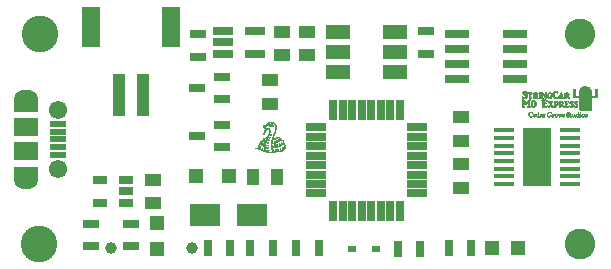
<source format=gts>
G04 #@! TF.GenerationSoftware,KiCad,Pcbnew,(5.1.6-0-10_14)*
G04 #@! TF.CreationDate,2020-07-31T15:36:24-07:00*
G04 #@! TF.ProjectId,StringCar_M0_Express,53747269-6e67-4436-9172-5f4d305f4578,v06*
G04 #@! TF.SameCoordinates,Original*
G04 #@! TF.FileFunction,Soldermask,Top*
G04 #@! TF.FilePolarity,Negative*
%FSLAX46Y46*%
G04 Gerber Fmt 4.6, Leading zero omitted, Abs format (unit mm)*
G04 Created by KiCad (PCBNEW (5.1.6-0-10_14)) date 2020-07-31 15:36:24*
%MOMM*%
%LPD*%
G01*
G04 APERTURE LIST*
%ADD10C,0.010000*%
%ADD11C,0.100000*%
%ADD12R,0.651600X1.701600*%
%ADD13R,1.701600X0.651600*%
%ADD14R,1.301600X1.301600*%
%ADD15R,2.101600X0.701600*%
%ADD16C,3.101600*%
%ADD17R,1.101600X1.351600*%
%ADD18R,1.351600X1.101600*%
%ADD19R,0.801600X1.401600*%
%ADD20R,1.401600X0.801600*%
%ADD21R,2.001600X1.601600*%
%ADD22C,1.551600*%
%ADD23R,1.451600X0.501600*%
%ADD24O,2.001600X1.301600*%
%ADD25R,2.001600X1.301600*%
%ADD26R,1.601600X3.501600*%
%ADD27R,1.101600X3.601600*%
%ADD28R,2.101600X1.201600*%
%ADD29R,1.161600X0.751600*%
%ADD30R,1.661600X0.751600*%
%ADD31R,1.201600X1.201600*%
%ADD32R,2.601600X1.901600*%
%ADD33R,1.440000X0.740000*%
%ADD34R,0.701600X0.551600*%
%ADD35C,2.601600*%
%ADD36C,1.001600*%
%ADD37R,1.740000X0.440000*%
%ADD38R,2.460200X5.000200*%
G04 APERTURE END LIST*
D10*
G36*
X116115628Y-104094019D02*
G01*
X116164773Y-104132422D01*
X116195061Y-104173587D01*
X116228259Y-104216335D01*
X116258315Y-104234304D01*
X116276268Y-104244643D01*
X116261481Y-104256976D01*
X116209744Y-104274623D01*
X116205587Y-104275860D01*
X116123442Y-104297137D01*
X116039026Y-104314571D01*
X116021595Y-104317423D01*
X115965027Y-104323601D01*
X115936975Y-104316304D01*
X115924531Y-104290792D01*
X115922337Y-104280966D01*
X115912142Y-104224790D01*
X115939020Y-104224790D01*
X115950270Y-104271245D01*
X115952676Y-104274432D01*
X115980090Y-104297471D01*
X116003954Y-104305264D01*
X116010322Y-104294534D01*
X116006677Y-104287118D01*
X116008871Y-104257904D01*
X116024028Y-104230086D01*
X116046633Y-104204891D01*
X116070319Y-104205143D01*
X116108398Y-104227705D01*
X116148127Y-104250688D01*
X116167535Y-104248813D01*
X116177031Y-104231033D01*
X116174978Y-104187251D01*
X116142494Y-104149235D01*
X116091481Y-104123071D01*
X116033843Y-104114846D01*
X115981480Y-104130646D01*
X115981144Y-104130866D01*
X115950774Y-104170622D01*
X115939020Y-104224790D01*
X115912142Y-104224790D01*
X115905758Y-104189619D01*
X115901704Y-104137705D01*
X115910211Y-104125706D01*
X115910684Y-104125981D01*
X115938092Y-104123188D01*
X115984164Y-104103239D01*
X115992046Y-104098883D01*
X116040170Y-104075609D01*
X116076166Y-104075593D01*
X116115628Y-104094019D01*
G37*
X116115628Y-104094019D02*
X116164773Y-104132422D01*
X116195061Y-104173587D01*
X116228259Y-104216335D01*
X116258315Y-104234304D01*
X116276268Y-104244643D01*
X116261481Y-104256976D01*
X116209744Y-104274623D01*
X116205587Y-104275860D01*
X116123442Y-104297137D01*
X116039026Y-104314571D01*
X116021595Y-104317423D01*
X115965027Y-104323601D01*
X115936975Y-104316304D01*
X115924531Y-104290792D01*
X115922337Y-104280966D01*
X115912142Y-104224790D01*
X115939020Y-104224790D01*
X115950270Y-104271245D01*
X115952676Y-104274432D01*
X115980090Y-104297471D01*
X116003954Y-104305264D01*
X116010322Y-104294534D01*
X116006677Y-104287118D01*
X116008871Y-104257904D01*
X116024028Y-104230086D01*
X116046633Y-104204891D01*
X116070319Y-104205143D01*
X116108398Y-104227705D01*
X116148127Y-104250688D01*
X116167535Y-104248813D01*
X116177031Y-104231033D01*
X116174978Y-104187251D01*
X116142494Y-104149235D01*
X116091481Y-104123071D01*
X116033843Y-104114846D01*
X115981480Y-104130646D01*
X115981144Y-104130866D01*
X115950774Y-104170622D01*
X115939020Y-104224790D01*
X115912142Y-104224790D01*
X115905758Y-104189619D01*
X115901704Y-104137705D01*
X115910211Y-104125706D01*
X115910684Y-104125981D01*
X115938092Y-104123188D01*
X115984164Y-104103239D01*
X115992046Y-104098883D01*
X116040170Y-104075609D01*
X116076166Y-104075593D01*
X116115628Y-104094019D01*
G36*
X116178018Y-103941917D02*
G01*
X116285159Y-103976041D01*
X116379996Y-104029289D01*
X116403877Y-104048427D01*
X116462889Y-104123429D01*
X116504898Y-104222699D01*
X116523076Y-104329412D01*
X116523333Y-104342769D01*
X116518848Y-104439254D01*
X116504156Y-104541353D01*
X116477402Y-104656746D01*
X116436731Y-104793114D01*
X116380288Y-104958137D01*
X116363356Y-105005155D01*
X116324143Y-105114544D01*
X116290660Y-105210562D01*
X116265380Y-105285905D01*
X116250776Y-105333269D01*
X116248167Y-105345280D01*
X116265861Y-105358745D01*
X116317982Y-105350113D01*
X116403088Y-105319772D01*
X116499251Y-105277684D01*
X116580283Y-105245430D01*
X116658593Y-105222902D01*
X116712218Y-105215333D01*
X116783999Y-105229077D01*
X116843532Y-105264502D01*
X116878658Y-105312896D01*
X116883278Y-105337866D01*
X116902800Y-105369263D01*
X116962379Y-105398708D01*
X116983507Y-105405833D01*
X117069951Y-105449313D01*
X117135197Y-105513482D01*
X117171508Y-105588806D01*
X117175620Y-105642573D01*
X117183716Y-105696799D01*
X117223326Y-105755304D01*
X117238377Y-105771480D01*
X117308495Y-105868277D01*
X117336666Y-105970685D01*
X117326815Y-106065162D01*
X117284679Y-106163087D01*
X117213843Y-106245238D01*
X117111858Y-106312831D01*
X116976277Y-106367083D01*
X116804651Y-106409213D01*
X116594531Y-106440436D01*
X116565667Y-106443609D01*
X116458992Y-106456909D01*
X116350952Y-106473634D01*
X116260269Y-106490793D01*
X116237583Y-106495983D01*
X116090539Y-106521927D01*
X115957632Y-106520840D01*
X115819787Y-106491936D01*
X115771917Y-106476818D01*
X115676637Y-106447077D01*
X115576759Y-106419459D01*
X115504329Y-106402249D01*
X115423742Y-106377786D01*
X115329474Y-106337965D01*
X115246196Y-106293827D01*
X115172494Y-106252860D01*
X115106781Y-106222416D01*
X115062029Y-106208426D01*
X115058701Y-106208135D01*
X115009547Y-106201969D01*
X114940167Y-106188628D01*
X114904083Y-106180361D01*
X114798250Y-106154619D01*
X114822694Y-106146667D01*
X114967583Y-106146667D01*
X114976599Y-106161006D01*
X115019925Y-106167652D01*
X115031083Y-106167833D01*
X115079910Y-106162892D01*
X115095853Y-106149782D01*
X115094583Y-106146667D01*
X115065333Y-106130132D01*
X115031083Y-106125500D01*
X114986760Y-106133490D01*
X114967583Y-106146667D01*
X114822694Y-106146667D01*
X114919958Y-106115027D01*
X115041667Y-106075435D01*
X115041667Y-105972076D01*
X115042040Y-105966719D01*
X115083035Y-105966719D01*
X115107929Y-106072818D01*
X115109479Y-106076497D01*
X115134958Y-106136083D01*
X115142666Y-106066007D01*
X115154361Y-106014940D01*
X115170315Y-106000654D01*
X115185241Y-106018688D01*
X115193851Y-106064578D01*
X115193442Y-106108856D01*
X115192275Y-106171477D01*
X115205176Y-106210052D01*
X115239199Y-106242284D01*
X115249626Y-106249860D01*
X115302917Y-106284406D01*
X115330015Y-106288650D01*
X115337025Y-106259657D01*
X115332218Y-106210167D01*
X115328868Y-106151984D01*
X115341878Y-106127653D01*
X115374744Y-106130692D01*
X115375042Y-106130792D01*
X115383358Y-106153023D01*
X115385135Y-106202375D01*
X115383914Y-106223735D01*
X115385408Y-106289437D01*
X115400885Y-106325943D01*
X115403233Y-106327654D01*
X115438907Y-106342441D01*
X115490038Y-106356816D01*
X115538661Y-106366511D01*
X115566811Y-106367260D01*
X115567742Y-106366731D01*
X115567764Y-106365389D01*
X115599055Y-106365389D01*
X115601961Y-106377972D01*
X115613167Y-106379500D01*
X115630589Y-106371755D01*
X115627278Y-106365389D01*
X115602158Y-106362855D01*
X115599055Y-106365389D01*
X115567764Y-106365389D01*
X115568108Y-106344719D01*
X115562711Y-106290770D01*
X115552624Y-106214726D01*
X115547123Y-106177754D01*
X115519013Y-105994520D01*
X115433798Y-105951895D01*
X115361655Y-105908582D01*
X115294433Y-105855972D01*
X115241692Y-105802891D01*
X115212990Y-105758163D01*
X115210379Y-105745639D01*
X115198830Y-105736026D01*
X115165229Y-105762544D01*
X115146879Y-105781875D01*
X115096341Y-105867193D01*
X115083035Y-105966719D01*
X115042040Y-105966719D01*
X115047519Y-105888129D01*
X115069563Y-105819648D01*
X115114533Y-105750234D01*
X115150604Y-105706722D01*
X115166528Y-105685710D01*
X115232167Y-105685710D01*
X115242013Y-105717461D01*
X115253333Y-105723333D01*
X115269245Y-105705219D01*
X115274500Y-105670417D01*
X115283856Y-105627909D01*
X115306180Y-105618881D01*
X115328556Y-105640511D01*
X115328541Y-105673451D01*
X115319222Y-105687077D01*
X115294109Y-105738346D01*
X115302804Y-105797524D01*
X115342165Y-105851865D01*
X115363902Y-105868213D01*
X115408933Y-105894510D01*
X115435644Y-105905924D01*
X115437954Y-105905601D01*
X115443428Y-105882788D01*
X115449011Y-105834924D01*
X115449505Y-105829061D01*
X115460387Y-105778558D01*
X115479183Y-105750544D01*
X115481116Y-105749711D01*
X115496077Y-105755965D01*
X115498568Y-105793055D01*
X115493702Y-105838043D01*
X115488298Y-105903856D01*
X115493430Y-105932151D01*
X115505983Y-105925484D01*
X115522844Y-105886409D01*
X115540900Y-105817482D01*
X115545266Y-105795724D01*
X115571686Y-105656448D01*
X115511253Y-105599932D01*
X115483887Y-105571124D01*
X115592324Y-105571124D01*
X115595749Y-105594812D01*
X115610382Y-105579426D01*
X115613167Y-105575167D01*
X115631136Y-105538972D01*
X115634009Y-105526292D01*
X115621052Y-105518609D01*
X115613167Y-105522250D01*
X115594749Y-105552457D01*
X115592324Y-105571124D01*
X115483887Y-105571124D01*
X115469485Y-105555964D01*
X115443354Y-105519408D01*
X115441102Y-105514160D01*
X115418988Y-105496905D01*
X115380383Y-105506689D01*
X115333886Y-105536456D01*
X115288094Y-105579144D01*
X115251603Y-105627697D01*
X115233011Y-105675054D01*
X115232167Y-105685710D01*
X115166528Y-105685710D01*
X115187971Y-105657418D01*
X115209179Y-105617248D01*
X115211000Y-105608062D01*
X115227224Y-105575262D01*
X115267446Y-105532590D01*
X115318989Y-105491318D01*
X115369175Y-105462718D01*
X115378115Y-105459454D01*
X115389942Y-105449869D01*
X115464833Y-105449869D01*
X115492486Y-105519979D01*
X115498198Y-105528478D01*
X115532486Y-105559659D01*
X115559091Y-105557082D01*
X115566887Y-105523988D01*
X115564081Y-105509299D01*
X115565955Y-105467636D01*
X115591750Y-105453716D01*
X115621967Y-105467854D01*
X115645263Y-105475440D01*
X115666365Y-105449743D01*
X115676806Y-105426664D01*
X115692828Y-105373610D01*
X115681061Y-105345615D01*
X115635993Y-105336065D01*
X115601315Y-105336079D01*
X115522227Y-105352359D01*
X115475740Y-105392142D01*
X115464833Y-105449869D01*
X115389942Y-105449869D01*
X115413701Y-105430614D01*
X115431899Y-105393096D01*
X115463928Y-105343949D01*
X115524325Y-105306758D01*
X115599533Y-105287627D01*
X115661907Y-105289543D01*
X115729583Y-105301754D01*
X115849644Y-105041251D01*
X115895392Y-104940146D01*
X115935338Y-104848430D01*
X115965634Y-104775186D01*
X115982430Y-104729495D01*
X115983736Y-104724845D01*
X115988123Y-104658947D01*
X115960578Y-104611499D01*
X115897553Y-104578740D01*
X115830545Y-104562557D01*
X115760735Y-104551310D01*
X115718435Y-104551114D01*
X115689723Y-104564335D01*
X115662701Y-104591090D01*
X115630239Y-104638884D01*
X115594350Y-104709153D01*
X115571349Y-104764501D01*
X115541572Y-104838882D01*
X115512123Y-104903341D01*
X115494867Y-104934875D01*
X115464863Y-104969914D01*
X115440535Y-104981920D01*
X115431674Y-104968243D01*
X115436179Y-104950750D01*
X115435544Y-104923550D01*
X115425569Y-104919000D01*
X115421912Y-104903888D01*
X115439639Y-104865877D01*
X115451779Y-104846789D01*
X115489209Y-104778651D01*
X115521413Y-104698928D01*
X115527560Y-104678940D01*
X115553212Y-104610024D01*
X115585393Y-104551989D01*
X115596463Y-104538085D01*
X115624096Y-104504922D01*
X115631170Y-104488975D01*
X115609133Y-104477718D01*
X115565346Y-104455487D01*
X115560250Y-104452904D01*
X115507389Y-104411599D01*
X115463354Y-104353886D01*
X115460147Y-104347813D01*
X115438723Y-104277766D01*
X115443107Y-104263514D01*
X115480712Y-104263514D01*
X115491862Y-104281615D01*
X115536224Y-104291810D01*
X115571547Y-104292756D01*
X115631604Y-104297280D01*
X115654911Y-104315151D01*
X115655500Y-104320174D01*
X115644715Y-104338325D01*
X115606619Y-104339498D01*
X115578697Y-104335010D01*
X115526193Y-104331951D01*
X115509190Y-104346284D01*
X115526906Y-104373591D01*
X115578562Y-104409453D01*
X115593260Y-104417453D01*
X115666390Y-104439860D01*
X115761585Y-104448009D01*
X115860958Y-104441639D01*
X115941250Y-104422529D01*
X115968221Y-104414427D01*
X115958798Y-104424993D01*
X115951833Y-104430175D01*
X115911664Y-104450840D01*
X115851646Y-104473176D01*
X115835417Y-104478176D01*
X115750750Y-104503007D01*
X115856583Y-104519486D01*
X115947863Y-104545646D01*
X116005396Y-104591787D01*
X116029830Y-104660021D01*
X116021816Y-104752458D01*
X115982004Y-104871211D01*
X115972010Y-104894418D01*
X115930591Y-104988051D01*
X116003061Y-104976291D01*
X116061661Y-104974480D01*
X116086307Y-104992612D01*
X116090353Y-105022436D01*
X116067992Y-105034989D01*
X116012778Y-105032947D01*
X115994565Y-105030669D01*
X115943112Y-105026580D01*
X115911777Y-105038174D01*
X115885526Y-105074478D01*
X115868900Y-105106102D01*
X115842480Y-105160747D01*
X115826749Y-105198800D01*
X115824833Y-105206694D01*
X115843385Y-105213059D01*
X115889796Y-105211803D01*
X115909496Y-105209552D01*
X115966895Y-105207171D01*
X116003283Y-105215705D01*
X116007458Y-105219714D01*
X116006682Y-105246072D01*
X115980872Y-105262665D01*
X115947317Y-105260735D01*
X115937948Y-105254926D01*
X115898771Y-105241110D01*
X115854461Y-105240262D01*
X115812623Y-105254453D01*
X115780507Y-105292201D01*
X115758125Y-105338628D01*
X115719388Y-105430173D01*
X115819736Y-105424002D01*
X115883397Y-105423343D01*
X115913908Y-105432962D01*
X115920083Y-105448874D01*
X115910335Y-105467291D01*
X115875426Y-105474558D01*
X115811911Y-105472897D01*
X115747863Y-105470180D01*
X115712015Y-105477705D01*
X115690331Y-105502862D01*
X115671207Y-105546980D01*
X115652187Y-105599977D01*
X115651148Y-105628112D01*
X115668001Y-105644805D01*
X115670552Y-105646296D01*
X115711227Y-105654956D01*
X115771224Y-105653209D01*
X115784798Y-105651338D01*
X115839925Y-105646148D01*
X115863891Y-105655500D01*
X115867167Y-105668917D01*
X115855795Y-105703392D01*
X115831798Y-105714969D01*
X115814463Y-105702512D01*
X115786803Y-105689235D01*
X115733338Y-105681669D01*
X115710518Y-105681000D01*
X115653058Y-105683551D01*
X115622322Y-105698799D01*
X115603114Y-105738136D01*
X115593611Y-105768634D01*
X115579074Y-105827123D01*
X115581093Y-105859285D01*
X115595553Y-105875135D01*
X115635936Y-105885335D01*
X115700326Y-105885879D01*
X115771620Y-105877209D01*
X115803667Y-105869792D01*
X115831156Y-105877529D01*
X115835417Y-105892667D01*
X115827387Y-105910090D01*
X115797673Y-105918278D01*
X115737836Y-105918794D01*
X115703125Y-105917177D01*
X115570833Y-105909938D01*
X115570833Y-106110129D01*
X115708417Y-106099085D01*
X115785896Y-106094911D01*
X115829039Y-106098602D01*
X115845267Y-106111093D01*
X115846000Y-106116387D01*
X115830728Y-106133939D01*
X115781865Y-106145280D01*
X115708402Y-106150991D01*
X115570804Y-106157250D01*
X115607860Y-106231333D01*
X115641359Y-106282552D01*
X115686762Y-106311072D01*
X115737369Y-106324825D01*
X115814956Y-106333822D01*
X115866844Y-106320994D01*
X115870522Y-106318816D01*
X115913151Y-106304519D01*
X115942634Y-106314681D01*
X115946312Y-106343147D01*
X115921167Y-106356300D01*
X115862144Y-106361632D01*
X115818195Y-106360839D01*
X115753259Y-106359372D01*
X115709558Y-106361334D01*
X115697833Y-106364948D01*
X115716870Y-106390339D01*
X115766174Y-106417563D01*
X115834037Y-106442971D01*
X115908750Y-106462909D01*
X115978603Y-106473729D01*
X116031887Y-106471778D01*
X116036500Y-106470546D01*
X116075726Y-106463037D01*
X116138445Y-106455180D01*
X116170515Y-106452116D01*
X116235037Y-106444388D01*
X116282275Y-106434745D01*
X116294142Y-106430166D01*
X116293435Y-106408839D01*
X116266993Y-106368546D01*
X116241834Y-106340023D01*
X116189228Y-106277989D01*
X116144227Y-106213161D01*
X116132307Y-106191910D01*
X116096764Y-106082144D01*
X116095812Y-106072155D01*
X116142333Y-106072155D01*
X116149507Y-106096301D01*
X116167537Y-106144951D01*
X116176381Y-106167405D01*
X116209696Y-106229051D01*
X116246103Y-106252131D01*
X116251891Y-106252500D01*
X116282034Y-106262132D01*
X116280705Y-106292350D01*
X116283291Y-106327956D01*
X116319081Y-106364169D01*
X116337486Y-106376638D01*
X116396570Y-106408317D01*
X116431043Y-106407782D01*
X116446587Y-106372386D01*
X116449250Y-106324610D01*
X116454748Y-106266484D01*
X116472866Y-106243104D01*
X116481000Y-106241917D01*
X116501939Y-106253489D01*
X116507451Y-106293811D01*
X116505803Y-106321292D01*
X116503528Y-106373143D01*
X116516512Y-106395393D01*
X116555866Y-106400570D01*
X116576213Y-106400667D01*
X116653570Y-106400667D01*
X116647075Y-106310708D01*
X116646633Y-106251210D01*
X116658212Y-106224515D01*
X116671840Y-106220750D01*
X116692515Y-106232820D01*
X116697814Y-106274377D01*
X116696262Y-106300125D01*
X116695093Y-106352675D01*
X116707354Y-106375251D01*
X116732000Y-106379500D01*
X116814016Y-106366785D01*
X116865756Y-106330510D01*
X116883167Y-106275440D01*
X116876584Y-106226283D01*
X116861655Y-106199370D01*
X116849425Y-106175881D01*
X116867316Y-106153461D01*
X116894594Y-106146667D01*
X116912479Y-106156161D01*
X116916820Y-106190590D01*
X116911635Y-106241917D01*
X116905970Y-106302919D01*
X116916080Y-106330895D01*
X116949953Y-106331636D01*
X117009660Y-106313005D01*
X117049404Y-106297232D01*
X117068701Y-106277510D01*
X117072877Y-106241118D01*
X117067265Y-106175421D01*
X117062876Y-106106112D01*
X117068723Y-106070792D01*
X117083325Y-106062000D01*
X117101813Y-106078751D01*
X117108241Y-106131490D01*
X117107886Y-106157250D01*
X117107547Y-106220297D01*
X117116180Y-106246766D01*
X117139862Y-106242316D01*
X117174790Y-106219550D01*
X117206910Y-106185312D01*
X117220339Y-106133171D01*
X117221833Y-106093799D01*
X117217320Y-106034304D01*
X117205972Y-105994464D01*
X117200321Y-105987703D01*
X117187874Y-105964396D01*
X117206047Y-105942268D01*
X117235930Y-105935000D01*
X117259261Y-105948070D01*
X117258777Y-105961458D01*
X117257868Y-106001531D01*
X117265608Y-106030250D01*
X117276506Y-106048822D01*
X117282122Y-106031084D01*
X117283845Y-105992157D01*
X117270655Y-105898391D01*
X117232554Y-105813822D01*
X117192895Y-105768000D01*
X117169441Y-105757576D01*
X117140458Y-105768868D01*
X117096649Y-105806495D01*
X117077513Y-105825320D01*
X116983012Y-105896484D01*
X116855352Y-105958149D01*
X116703138Y-106007734D01*
X116534974Y-106042656D01*
X116359467Y-106060335D01*
X116288638Y-106062000D01*
X116216115Y-106063344D01*
X116163776Y-106066878D01*
X116142397Y-106071855D01*
X116142333Y-106072155D01*
X116095812Y-106072155D01*
X116083570Y-105943819D01*
X116122838Y-105943819D01*
X116126729Y-105971273D01*
X116133955Y-105971601D01*
X116139008Y-105943271D01*
X116135626Y-105931031D01*
X116126227Y-105923014D01*
X116122838Y-105943819D01*
X116083570Y-105943819D01*
X116083484Y-105942918D01*
X116089919Y-105820207D01*
X116119752Y-105820207D01*
X116132177Y-105858732D01*
X116160250Y-105876783D01*
X116187157Y-105894355D01*
X116191830Y-105934740D01*
X116189597Y-105953335D01*
X116185595Y-105993470D01*
X116195925Y-106012895D01*
X116230757Y-106019128D01*
X116279334Y-106019667D01*
X116378807Y-106019667D01*
X116371695Y-105929708D01*
X116370708Y-105870576D01*
X116381731Y-105843878D01*
X116396333Y-105839750D01*
X116416377Y-105850199D01*
X116422858Y-105887411D01*
X116420971Y-105929708D01*
X116418836Y-105986229D01*
X116430525Y-106012590D01*
X116465626Y-106016038D01*
X116522095Y-106006156D01*
X116564834Y-105994376D01*
X116582907Y-105972918D01*
X116584817Y-105927858D01*
X116583379Y-105905821D01*
X116583407Y-105846763D01*
X116596817Y-105818549D01*
X116611868Y-105812304D01*
X116633295Y-105814681D01*
X116639841Y-105839736D01*
X116635109Y-105891471D01*
X116630152Y-105945277D01*
X116640113Y-105970685D01*
X116674002Y-105974220D01*
X116734747Y-105963625D01*
X116775495Y-105953360D01*
X116794356Y-105935747D01*
X116797631Y-105898283D01*
X116793416Y-105847209D01*
X116790368Y-105782073D01*
X116798380Y-105750586D01*
X116812190Y-105744500D01*
X116833104Y-105763604D01*
X116840778Y-105821729D01*
X116840833Y-105829167D01*
X116848167Y-105890540D01*
X116871846Y-105913444D01*
X116914391Y-105899421D01*
X116934020Y-105886209D01*
X116966613Y-105837846D01*
X116972791Y-105766498D01*
X116959409Y-105705513D01*
X116952042Y-105669699D01*
X116969349Y-105661647D01*
X116981566Y-105663450D01*
X117006919Y-105677083D01*
X117015887Y-105712297D01*
X117014716Y-105755354D01*
X117008879Y-105839750D01*
X117062439Y-105780361D01*
X117105109Y-105708360D01*
X117119209Y-105627589D01*
X117104755Y-105551425D01*
X117062089Y-105493500D01*
X117001847Y-105457742D01*
X116945241Y-105437270D01*
X116898114Y-105433823D01*
X116858428Y-105453094D01*
X116821623Y-105488405D01*
X116772441Y-105529467D01*
X116699170Y-105577353D01*
X116616721Y-105622418D01*
X116607523Y-105626888D01*
X116529829Y-105662034D01*
X116456067Y-105689654D01*
X116374151Y-105713341D01*
X116271995Y-105736686D01*
X116168792Y-105757296D01*
X116132374Y-105780558D01*
X116119752Y-105820207D01*
X116089919Y-105820207D01*
X116092002Y-105780488D01*
X116104067Y-105707986D01*
X116144664Y-105707986D01*
X116159346Y-105714895D01*
X116163500Y-105712750D01*
X116180409Y-105683266D01*
X116184342Y-105653292D01*
X116180977Y-105623097D01*
X116168301Y-105631545D01*
X116163500Y-105638667D01*
X116146048Y-105678001D01*
X116144664Y-105707986D01*
X116104067Y-105707986D01*
X116121853Y-105601107D01*
X116141087Y-105529023D01*
X116189740Y-105529023D01*
X116203183Y-105549589D01*
X116218997Y-105573890D01*
X116226820Y-105623223D01*
X116227000Y-105632493D01*
X116229441Y-105681935D01*
X116244569Y-105699594D01*
X116284087Y-105696008D01*
X116295130Y-105693832D01*
X116349005Y-105678146D01*
X116384190Y-105659268D01*
X116384558Y-105658908D01*
X116392902Y-105623636D01*
X116381174Y-105598087D01*
X116367066Y-105556016D01*
X116389273Y-105534993D01*
X116409915Y-105532833D01*
X116427954Y-105547367D01*
X116425306Y-105594317D01*
X116424908Y-105596333D01*
X116417852Y-105638495D01*
X116424651Y-105655521D01*
X116453810Y-105650436D01*
X116511648Y-105627179D01*
X116561447Y-105602871D01*
X116580289Y-105577918D01*
X116577470Y-105538572D01*
X116576051Y-105531929D01*
X116571135Y-105486669D01*
X116586179Y-105470181D01*
X116595735Y-105469333D01*
X116622927Y-105487524D01*
X116629167Y-105523447D01*
X116629167Y-105577560D01*
X116694002Y-105539322D01*
X116737295Y-105508017D01*
X116750610Y-105473843D01*
X116745959Y-105432292D01*
X116741424Y-105383734D01*
X116754693Y-105364913D01*
X116765791Y-105363500D01*
X116792600Y-105381579D01*
X116798824Y-105411125D01*
X116802166Y-105442053D01*
X116814616Y-105434449D01*
X116819667Y-105427000D01*
X116839511Y-105365371D01*
X116823119Y-105310395D01*
X116776504Y-105271404D01*
X116710577Y-105257667D01*
X116659151Y-105266122D01*
X116585575Y-105288290D01*
X116505771Y-105319373D01*
X116505714Y-105319398D01*
X116422646Y-105352953D01*
X116342955Y-105380540D01*
X116286423Y-105395609D01*
X116231682Y-105411699D01*
X116204347Y-105441387D01*
X116193814Y-105475869D01*
X116189740Y-105529023D01*
X116141087Y-105529023D01*
X116172571Y-105411032D01*
X116195448Y-105342333D01*
X116230956Y-105240982D01*
X116274729Y-105115943D01*
X116321069Y-104983492D01*
X116362122Y-104866083D01*
X116421261Y-104682713D01*
X116458928Y-104530353D01*
X116475804Y-104403937D01*
X116472568Y-104298401D01*
X116450273Y-104209650D01*
X116390739Y-104106134D01*
X116304057Y-104034961D01*
X116191273Y-103996894D01*
X116152367Y-103992033D01*
X116049739Y-103988937D01*
X115971949Y-104002979D01*
X115903261Y-104039228D01*
X115838161Y-104093230D01*
X115728621Y-104170112D01*
X115643621Y-104200831D01*
X115576401Y-104218239D01*
X115523401Y-104234705D01*
X115507333Y-104241167D01*
X115480712Y-104263514D01*
X115443107Y-104263514D01*
X115454789Y-104225545D01*
X115509239Y-104189770D01*
X115573306Y-104173321D01*
X115666303Y-104152580D01*
X115736555Y-104127072D01*
X115776429Y-104099996D01*
X115782644Y-104085640D01*
X115800228Y-104057742D01*
X115845230Y-104020483D01*
X115906402Y-103981736D01*
X115972496Y-103949375D01*
X115983583Y-103945010D01*
X116072763Y-103930410D01*
X116178018Y-103941917D01*
G37*
X116178018Y-103941917D02*
X116285159Y-103976041D01*
X116379996Y-104029289D01*
X116403877Y-104048427D01*
X116462889Y-104123429D01*
X116504898Y-104222699D01*
X116523076Y-104329412D01*
X116523333Y-104342769D01*
X116518848Y-104439254D01*
X116504156Y-104541353D01*
X116477402Y-104656746D01*
X116436731Y-104793114D01*
X116380288Y-104958137D01*
X116363356Y-105005155D01*
X116324143Y-105114544D01*
X116290660Y-105210562D01*
X116265380Y-105285905D01*
X116250776Y-105333269D01*
X116248167Y-105345280D01*
X116265861Y-105358745D01*
X116317982Y-105350113D01*
X116403088Y-105319772D01*
X116499251Y-105277684D01*
X116580283Y-105245430D01*
X116658593Y-105222902D01*
X116712218Y-105215333D01*
X116783999Y-105229077D01*
X116843532Y-105264502D01*
X116878658Y-105312896D01*
X116883278Y-105337866D01*
X116902800Y-105369263D01*
X116962379Y-105398708D01*
X116983507Y-105405833D01*
X117069951Y-105449313D01*
X117135197Y-105513482D01*
X117171508Y-105588806D01*
X117175620Y-105642573D01*
X117183716Y-105696799D01*
X117223326Y-105755304D01*
X117238377Y-105771480D01*
X117308495Y-105868277D01*
X117336666Y-105970685D01*
X117326815Y-106065162D01*
X117284679Y-106163087D01*
X117213843Y-106245238D01*
X117111858Y-106312831D01*
X116976277Y-106367083D01*
X116804651Y-106409213D01*
X116594531Y-106440436D01*
X116565667Y-106443609D01*
X116458992Y-106456909D01*
X116350952Y-106473634D01*
X116260269Y-106490793D01*
X116237583Y-106495983D01*
X116090539Y-106521927D01*
X115957632Y-106520840D01*
X115819787Y-106491936D01*
X115771917Y-106476818D01*
X115676637Y-106447077D01*
X115576759Y-106419459D01*
X115504329Y-106402249D01*
X115423742Y-106377786D01*
X115329474Y-106337965D01*
X115246196Y-106293827D01*
X115172494Y-106252860D01*
X115106781Y-106222416D01*
X115062029Y-106208426D01*
X115058701Y-106208135D01*
X115009547Y-106201969D01*
X114940167Y-106188628D01*
X114904083Y-106180361D01*
X114798250Y-106154619D01*
X114822694Y-106146667D01*
X114967583Y-106146667D01*
X114976599Y-106161006D01*
X115019925Y-106167652D01*
X115031083Y-106167833D01*
X115079910Y-106162892D01*
X115095853Y-106149782D01*
X115094583Y-106146667D01*
X115065333Y-106130132D01*
X115031083Y-106125500D01*
X114986760Y-106133490D01*
X114967583Y-106146667D01*
X114822694Y-106146667D01*
X114919958Y-106115027D01*
X115041667Y-106075435D01*
X115041667Y-105972076D01*
X115042040Y-105966719D01*
X115083035Y-105966719D01*
X115107929Y-106072818D01*
X115109479Y-106076497D01*
X115134958Y-106136083D01*
X115142666Y-106066007D01*
X115154361Y-106014940D01*
X115170315Y-106000654D01*
X115185241Y-106018688D01*
X115193851Y-106064578D01*
X115193442Y-106108856D01*
X115192275Y-106171477D01*
X115205176Y-106210052D01*
X115239199Y-106242284D01*
X115249626Y-106249860D01*
X115302917Y-106284406D01*
X115330015Y-106288650D01*
X115337025Y-106259657D01*
X115332218Y-106210167D01*
X115328868Y-106151984D01*
X115341878Y-106127653D01*
X115374744Y-106130692D01*
X115375042Y-106130792D01*
X115383358Y-106153023D01*
X115385135Y-106202375D01*
X115383914Y-106223735D01*
X115385408Y-106289437D01*
X115400885Y-106325943D01*
X115403233Y-106327654D01*
X115438907Y-106342441D01*
X115490038Y-106356816D01*
X115538661Y-106366511D01*
X115566811Y-106367260D01*
X115567742Y-106366731D01*
X115567764Y-106365389D01*
X115599055Y-106365389D01*
X115601961Y-106377972D01*
X115613167Y-106379500D01*
X115630589Y-106371755D01*
X115627278Y-106365389D01*
X115602158Y-106362855D01*
X115599055Y-106365389D01*
X115567764Y-106365389D01*
X115568108Y-106344719D01*
X115562711Y-106290770D01*
X115552624Y-106214726D01*
X115547123Y-106177754D01*
X115519013Y-105994520D01*
X115433798Y-105951895D01*
X115361655Y-105908582D01*
X115294433Y-105855972D01*
X115241692Y-105802891D01*
X115212990Y-105758163D01*
X115210379Y-105745639D01*
X115198830Y-105736026D01*
X115165229Y-105762544D01*
X115146879Y-105781875D01*
X115096341Y-105867193D01*
X115083035Y-105966719D01*
X115042040Y-105966719D01*
X115047519Y-105888129D01*
X115069563Y-105819648D01*
X115114533Y-105750234D01*
X115150604Y-105706722D01*
X115166528Y-105685710D01*
X115232167Y-105685710D01*
X115242013Y-105717461D01*
X115253333Y-105723333D01*
X115269245Y-105705219D01*
X115274500Y-105670417D01*
X115283856Y-105627909D01*
X115306180Y-105618881D01*
X115328556Y-105640511D01*
X115328541Y-105673451D01*
X115319222Y-105687077D01*
X115294109Y-105738346D01*
X115302804Y-105797524D01*
X115342165Y-105851865D01*
X115363902Y-105868213D01*
X115408933Y-105894510D01*
X115435644Y-105905924D01*
X115437954Y-105905601D01*
X115443428Y-105882788D01*
X115449011Y-105834924D01*
X115449505Y-105829061D01*
X115460387Y-105778558D01*
X115479183Y-105750544D01*
X115481116Y-105749711D01*
X115496077Y-105755965D01*
X115498568Y-105793055D01*
X115493702Y-105838043D01*
X115488298Y-105903856D01*
X115493430Y-105932151D01*
X115505983Y-105925484D01*
X115522844Y-105886409D01*
X115540900Y-105817482D01*
X115545266Y-105795724D01*
X115571686Y-105656448D01*
X115511253Y-105599932D01*
X115483887Y-105571124D01*
X115592324Y-105571124D01*
X115595749Y-105594812D01*
X115610382Y-105579426D01*
X115613167Y-105575167D01*
X115631136Y-105538972D01*
X115634009Y-105526292D01*
X115621052Y-105518609D01*
X115613167Y-105522250D01*
X115594749Y-105552457D01*
X115592324Y-105571124D01*
X115483887Y-105571124D01*
X115469485Y-105555964D01*
X115443354Y-105519408D01*
X115441102Y-105514160D01*
X115418988Y-105496905D01*
X115380383Y-105506689D01*
X115333886Y-105536456D01*
X115288094Y-105579144D01*
X115251603Y-105627697D01*
X115233011Y-105675054D01*
X115232167Y-105685710D01*
X115166528Y-105685710D01*
X115187971Y-105657418D01*
X115209179Y-105617248D01*
X115211000Y-105608062D01*
X115227224Y-105575262D01*
X115267446Y-105532590D01*
X115318989Y-105491318D01*
X115369175Y-105462718D01*
X115378115Y-105459454D01*
X115389942Y-105449869D01*
X115464833Y-105449869D01*
X115492486Y-105519979D01*
X115498198Y-105528478D01*
X115532486Y-105559659D01*
X115559091Y-105557082D01*
X115566887Y-105523988D01*
X115564081Y-105509299D01*
X115565955Y-105467636D01*
X115591750Y-105453716D01*
X115621967Y-105467854D01*
X115645263Y-105475440D01*
X115666365Y-105449743D01*
X115676806Y-105426664D01*
X115692828Y-105373610D01*
X115681061Y-105345615D01*
X115635993Y-105336065D01*
X115601315Y-105336079D01*
X115522227Y-105352359D01*
X115475740Y-105392142D01*
X115464833Y-105449869D01*
X115389942Y-105449869D01*
X115413701Y-105430614D01*
X115431899Y-105393096D01*
X115463928Y-105343949D01*
X115524325Y-105306758D01*
X115599533Y-105287627D01*
X115661907Y-105289543D01*
X115729583Y-105301754D01*
X115849644Y-105041251D01*
X115895392Y-104940146D01*
X115935338Y-104848430D01*
X115965634Y-104775186D01*
X115982430Y-104729495D01*
X115983736Y-104724845D01*
X115988123Y-104658947D01*
X115960578Y-104611499D01*
X115897553Y-104578740D01*
X115830545Y-104562557D01*
X115760735Y-104551310D01*
X115718435Y-104551114D01*
X115689723Y-104564335D01*
X115662701Y-104591090D01*
X115630239Y-104638884D01*
X115594350Y-104709153D01*
X115571349Y-104764501D01*
X115541572Y-104838882D01*
X115512123Y-104903341D01*
X115494867Y-104934875D01*
X115464863Y-104969914D01*
X115440535Y-104981920D01*
X115431674Y-104968243D01*
X115436179Y-104950750D01*
X115435544Y-104923550D01*
X115425569Y-104919000D01*
X115421912Y-104903888D01*
X115439639Y-104865877D01*
X115451779Y-104846789D01*
X115489209Y-104778651D01*
X115521413Y-104698928D01*
X115527560Y-104678940D01*
X115553212Y-104610024D01*
X115585393Y-104551989D01*
X115596463Y-104538085D01*
X115624096Y-104504922D01*
X115631170Y-104488975D01*
X115609133Y-104477718D01*
X115565346Y-104455487D01*
X115560250Y-104452904D01*
X115507389Y-104411599D01*
X115463354Y-104353886D01*
X115460147Y-104347813D01*
X115438723Y-104277766D01*
X115443107Y-104263514D01*
X115480712Y-104263514D01*
X115491862Y-104281615D01*
X115536224Y-104291810D01*
X115571547Y-104292756D01*
X115631604Y-104297280D01*
X115654911Y-104315151D01*
X115655500Y-104320174D01*
X115644715Y-104338325D01*
X115606619Y-104339498D01*
X115578697Y-104335010D01*
X115526193Y-104331951D01*
X115509190Y-104346284D01*
X115526906Y-104373591D01*
X115578562Y-104409453D01*
X115593260Y-104417453D01*
X115666390Y-104439860D01*
X115761585Y-104448009D01*
X115860958Y-104441639D01*
X115941250Y-104422529D01*
X115968221Y-104414427D01*
X115958798Y-104424993D01*
X115951833Y-104430175D01*
X115911664Y-104450840D01*
X115851646Y-104473176D01*
X115835417Y-104478176D01*
X115750750Y-104503007D01*
X115856583Y-104519486D01*
X115947863Y-104545646D01*
X116005396Y-104591787D01*
X116029830Y-104660021D01*
X116021816Y-104752458D01*
X115982004Y-104871211D01*
X115972010Y-104894418D01*
X115930591Y-104988051D01*
X116003061Y-104976291D01*
X116061661Y-104974480D01*
X116086307Y-104992612D01*
X116090353Y-105022436D01*
X116067992Y-105034989D01*
X116012778Y-105032947D01*
X115994565Y-105030669D01*
X115943112Y-105026580D01*
X115911777Y-105038174D01*
X115885526Y-105074478D01*
X115868900Y-105106102D01*
X115842480Y-105160747D01*
X115826749Y-105198800D01*
X115824833Y-105206694D01*
X115843385Y-105213059D01*
X115889796Y-105211803D01*
X115909496Y-105209552D01*
X115966895Y-105207171D01*
X116003283Y-105215705D01*
X116007458Y-105219714D01*
X116006682Y-105246072D01*
X115980872Y-105262665D01*
X115947317Y-105260735D01*
X115937948Y-105254926D01*
X115898771Y-105241110D01*
X115854461Y-105240262D01*
X115812623Y-105254453D01*
X115780507Y-105292201D01*
X115758125Y-105338628D01*
X115719388Y-105430173D01*
X115819736Y-105424002D01*
X115883397Y-105423343D01*
X115913908Y-105432962D01*
X115920083Y-105448874D01*
X115910335Y-105467291D01*
X115875426Y-105474558D01*
X115811911Y-105472897D01*
X115747863Y-105470180D01*
X115712015Y-105477705D01*
X115690331Y-105502862D01*
X115671207Y-105546980D01*
X115652187Y-105599977D01*
X115651148Y-105628112D01*
X115668001Y-105644805D01*
X115670552Y-105646296D01*
X115711227Y-105654956D01*
X115771224Y-105653209D01*
X115784798Y-105651338D01*
X115839925Y-105646148D01*
X115863891Y-105655500D01*
X115867167Y-105668917D01*
X115855795Y-105703392D01*
X115831798Y-105714969D01*
X115814463Y-105702512D01*
X115786803Y-105689235D01*
X115733338Y-105681669D01*
X115710518Y-105681000D01*
X115653058Y-105683551D01*
X115622322Y-105698799D01*
X115603114Y-105738136D01*
X115593611Y-105768634D01*
X115579074Y-105827123D01*
X115581093Y-105859285D01*
X115595553Y-105875135D01*
X115635936Y-105885335D01*
X115700326Y-105885879D01*
X115771620Y-105877209D01*
X115803667Y-105869792D01*
X115831156Y-105877529D01*
X115835417Y-105892667D01*
X115827387Y-105910090D01*
X115797673Y-105918278D01*
X115737836Y-105918794D01*
X115703125Y-105917177D01*
X115570833Y-105909938D01*
X115570833Y-106110129D01*
X115708417Y-106099085D01*
X115785896Y-106094911D01*
X115829039Y-106098602D01*
X115845267Y-106111093D01*
X115846000Y-106116387D01*
X115830728Y-106133939D01*
X115781865Y-106145280D01*
X115708402Y-106150991D01*
X115570804Y-106157250D01*
X115607860Y-106231333D01*
X115641359Y-106282552D01*
X115686762Y-106311072D01*
X115737369Y-106324825D01*
X115814956Y-106333822D01*
X115866844Y-106320994D01*
X115870522Y-106318816D01*
X115913151Y-106304519D01*
X115942634Y-106314681D01*
X115946312Y-106343147D01*
X115921167Y-106356300D01*
X115862144Y-106361632D01*
X115818195Y-106360839D01*
X115753259Y-106359372D01*
X115709558Y-106361334D01*
X115697833Y-106364948D01*
X115716870Y-106390339D01*
X115766174Y-106417563D01*
X115834037Y-106442971D01*
X115908750Y-106462909D01*
X115978603Y-106473729D01*
X116031887Y-106471778D01*
X116036500Y-106470546D01*
X116075726Y-106463037D01*
X116138445Y-106455180D01*
X116170515Y-106452116D01*
X116235037Y-106444388D01*
X116282275Y-106434745D01*
X116294142Y-106430166D01*
X116293435Y-106408839D01*
X116266993Y-106368546D01*
X116241834Y-106340023D01*
X116189228Y-106277989D01*
X116144227Y-106213161D01*
X116132307Y-106191910D01*
X116096764Y-106082144D01*
X116095812Y-106072155D01*
X116142333Y-106072155D01*
X116149507Y-106096301D01*
X116167537Y-106144951D01*
X116176381Y-106167405D01*
X116209696Y-106229051D01*
X116246103Y-106252131D01*
X116251891Y-106252500D01*
X116282034Y-106262132D01*
X116280705Y-106292350D01*
X116283291Y-106327956D01*
X116319081Y-106364169D01*
X116337486Y-106376638D01*
X116396570Y-106408317D01*
X116431043Y-106407782D01*
X116446587Y-106372386D01*
X116449250Y-106324610D01*
X116454748Y-106266484D01*
X116472866Y-106243104D01*
X116481000Y-106241917D01*
X116501939Y-106253489D01*
X116507451Y-106293811D01*
X116505803Y-106321292D01*
X116503528Y-106373143D01*
X116516512Y-106395393D01*
X116555866Y-106400570D01*
X116576213Y-106400667D01*
X116653570Y-106400667D01*
X116647075Y-106310708D01*
X116646633Y-106251210D01*
X116658212Y-106224515D01*
X116671840Y-106220750D01*
X116692515Y-106232820D01*
X116697814Y-106274377D01*
X116696262Y-106300125D01*
X116695093Y-106352675D01*
X116707354Y-106375251D01*
X116732000Y-106379500D01*
X116814016Y-106366785D01*
X116865756Y-106330510D01*
X116883167Y-106275440D01*
X116876584Y-106226283D01*
X116861655Y-106199370D01*
X116849425Y-106175881D01*
X116867316Y-106153461D01*
X116894594Y-106146667D01*
X116912479Y-106156161D01*
X116916820Y-106190590D01*
X116911635Y-106241917D01*
X116905970Y-106302919D01*
X116916080Y-106330895D01*
X116949953Y-106331636D01*
X117009660Y-106313005D01*
X117049404Y-106297232D01*
X117068701Y-106277510D01*
X117072877Y-106241118D01*
X117067265Y-106175421D01*
X117062876Y-106106112D01*
X117068723Y-106070792D01*
X117083325Y-106062000D01*
X117101813Y-106078751D01*
X117108241Y-106131490D01*
X117107886Y-106157250D01*
X117107547Y-106220297D01*
X117116180Y-106246766D01*
X117139862Y-106242316D01*
X117174790Y-106219550D01*
X117206910Y-106185312D01*
X117220339Y-106133171D01*
X117221833Y-106093799D01*
X117217320Y-106034304D01*
X117205972Y-105994464D01*
X117200321Y-105987703D01*
X117187874Y-105964396D01*
X117206047Y-105942268D01*
X117235930Y-105935000D01*
X117259261Y-105948070D01*
X117258777Y-105961458D01*
X117257868Y-106001531D01*
X117265608Y-106030250D01*
X117276506Y-106048822D01*
X117282122Y-106031084D01*
X117283845Y-105992157D01*
X117270655Y-105898391D01*
X117232554Y-105813822D01*
X117192895Y-105768000D01*
X117169441Y-105757576D01*
X117140458Y-105768868D01*
X117096649Y-105806495D01*
X117077513Y-105825320D01*
X116983012Y-105896484D01*
X116855352Y-105958149D01*
X116703138Y-106007734D01*
X116534974Y-106042656D01*
X116359467Y-106060335D01*
X116288638Y-106062000D01*
X116216115Y-106063344D01*
X116163776Y-106066878D01*
X116142397Y-106071855D01*
X116142333Y-106072155D01*
X116095812Y-106072155D01*
X116083570Y-105943819D01*
X116122838Y-105943819D01*
X116126729Y-105971273D01*
X116133955Y-105971601D01*
X116139008Y-105943271D01*
X116135626Y-105931031D01*
X116126227Y-105923014D01*
X116122838Y-105943819D01*
X116083570Y-105943819D01*
X116083484Y-105942918D01*
X116089919Y-105820207D01*
X116119752Y-105820207D01*
X116132177Y-105858732D01*
X116160250Y-105876783D01*
X116187157Y-105894355D01*
X116191830Y-105934740D01*
X116189597Y-105953335D01*
X116185595Y-105993470D01*
X116195925Y-106012895D01*
X116230757Y-106019128D01*
X116279334Y-106019667D01*
X116378807Y-106019667D01*
X116371695Y-105929708D01*
X116370708Y-105870576D01*
X116381731Y-105843878D01*
X116396333Y-105839750D01*
X116416377Y-105850199D01*
X116422858Y-105887411D01*
X116420971Y-105929708D01*
X116418836Y-105986229D01*
X116430525Y-106012590D01*
X116465626Y-106016038D01*
X116522095Y-106006156D01*
X116564834Y-105994376D01*
X116582907Y-105972918D01*
X116584817Y-105927858D01*
X116583379Y-105905821D01*
X116583407Y-105846763D01*
X116596817Y-105818549D01*
X116611868Y-105812304D01*
X116633295Y-105814681D01*
X116639841Y-105839736D01*
X116635109Y-105891471D01*
X116630152Y-105945277D01*
X116640113Y-105970685D01*
X116674002Y-105974220D01*
X116734747Y-105963625D01*
X116775495Y-105953360D01*
X116794356Y-105935747D01*
X116797631Y-105898283D01*
X116793416Y-105847209D01*
X116790368Y-105782073D01*
X116798380Y-105750586D01*
X116812190Y-105744500D01*
X116833104Y-105763604D01*
X116840778Y-105821729D01*
X116840833Y-105829167D01*
X116848167Y-105890540D01*
X116871846Y-105913444D01*
X116914391Y-105899421D01*
X116934020Y-105886209D01*
X116966613Y-105837846D01*
X116972791Y-105766498D01*
X116959409Y-105705513D01*
X116952042Y-105669699D01*
X116969349Y-105661647D01*
X116981566Y-105663450D01*
X117006919Y-105677083D01*
X117015887Y-105712297D01*
X117014716Y-105755354D01*
X117008879Y-105839750D01*
X117062439Y-105780361D01*
X117105109Y-105708360D01*
X117119209Y-105627589D01*
X117104755Y-105551425D01*
X117062089Y-105493500D01*
X117001847Y-105457742D01*
X116945241Y-105437270D01*
X116898114Y-105433823D01*
X116858428Y-105453094D01*
X116821623Y-105488405D01*
X116772441Y-105529467D01*
X116699170Y-105577353D01*
X116616721Y-105622418D01*
X116607523Y-105626888D01*
X116529829Y-105662034D01*
X116456067Y-105689654D01*
X116374151Y-105713341D01*
X116271995Y-105736686D01*
X116168792Y-105757296D01*
X116132374Y-105780558D01*
X116119752Y-105820207D01*
X116089919Y-105820207D01*
X116092002Y-105780488D01*
X116104067Y-105707986D01*
X116144664Y-105707986D01*
X116159346Y-105714895D01*
X116163500Y-105712750D01*
X116180409Y-105683266D01*
X116184342Y-105653292D01*
X116180977Y-105623097D01*
X116168301Y-105631545D01*
X116163500Y-105638667D01*
X116146048Y-105678001D01*
X116144664Y-105707986D01*
X116104067Y-105707986D01*
X116121853Y-105601107D01*
X116141087Y-105529023D01*
X116189740Y-105529023D01*
X116203183Y-105549589D01*
X116218997Y-105573890D01*
X116226820Y-105623223D01*
X116227000Y-105632493D01*
X116229441Y-105681935D01*
X116244569Y-105699594D01*
X116284087Y-105696008D01*
X116295130Y-105693832D01*
X116349005Y-105678146D01*
X116384190Y-105659268D01*
X116384558Y-105658908D01*
X116392902Y-105623636D01*
X116381174Y-105598087D01*
X116367066Y-105556016D01*
X116389273Y-105534993D01*
X116409915Y-105532833D01*
X116427954Y-105547367D01*
X116425306Y-105594317D01*
X116424908Y-105596333D01*
X116417852Y-105638495D01*
X116424651Y-105655521D01*
X116453810Y-105650436D01*
X116511648Y-105627179D01*
X116561447Y-105602871D01*
X116580289Y-105577918D01*
X116577470Y-105538572D01*
X116576051Y-105531929D01*
X116571135Y-105486669D01*
X116586179Y-105470181D01*
X116595735Y-105469333D01*
X116622927Y-105487524D01*
X116629167Y-105523447D01*
X116629167Y-105577560D01*
X116694002Y-105539322D01*
X116737295Y-105508017D01*
X116750610Y-105473843D01*
X116745959Y-105432292D01*
X116741424Y-105383734D01*
X116754693Y-105364913D01*
X116765791Y-105363500D01*
X116792600Y-105381579D01*
X116798824Y-105411125D01*
X116802166Y-105442053D01*
X116814616Y-105434449D01*
X116819667Y-105427000D01*
X116839511Y-105365371D01*
X116823119Y-105310395D01*
X116776504Y-105271404D01*
X116710577Y-105257667D01*
X116659151Y-105266122D01*
X116585575Y-105288290D01*
X116505771Y-105319373D01*
X116505714Y-105319398D01*
X116422646Y-105352953D01*
X116342955Y-105380540D01*
X116286423Y-105395609D01*
X116231682Y-105411699D01*
X116204347Y-105441387D01*
X116193814Y-105475869D01*
X116189740Y-105529023D01*
X116141087Y-105529023D01*
X116172571Y-105411032D01*
X116195448Y-105342333D01*
X116230956Y-105240982D01*
X116274729Y-105115943D01*
X116321069Y-104983492D01*
X116362122Y-104866083D01*
X116421261Y-104682713D01*
X116458928Y-104530353D01*
X116475804Y-104403937D01*
X116472568Y-104298401D01*
X116450273Y-104209650D01*
X116390739Y-104106134D01*
X116304057Y-104034961D01*
X116191273Y-103996894D01*
X116152367Y-103992033D01*
X116049739Y-103988937D01*
X115971949Y-104002979D01*
X115903261Y-104039228D01*
X115838161Y-104093230D01*
X115728621Y-104170112D01*
X115643621Y-104200831D01*
X115576401Y-104218239D01*
X115523401Y-104234705D01*
X115507333Y-104241167D01*
X115480712Y-104263514D01*
X115443107Y-104263514D01*
X115454789Y-104225545D01*
X115509239Y-104189770D01*
X115573306Y-104173321D01*
X115666303Y-104152580D01*
X115736555Y-104127072D01*
X115776429Y-104099996D01*
X115782644Y-104085640D01*
X115800228Y-104057742D01*
X115845230Y-104020483D01*
X115906402Y-103981736D01*
X115972496Y-103949375D01*
X115983583Y-103945010D01*
X116072763Y-103930410D01*
X116178018Y-103941917D01*
G36*
X142782341Y-101293244D02*
G01*
X142848950Y-101346859D01*
X142849242Y-101347229D01*
X142885904Y-101412857D01*
X142882884Y-101472818D01*
X142844208Y-101532092D01*
X142774134Y-101582987D01*
X142692074Y-101597790D01*
X142610399Y-101574404D01*
X142549048Y-101520768D01*
X142523401Y-101454821D01*
X142533206Y-101386593D01*
X142578211Y-101326116D01*
X142617302Y-101300088D01*
X142702019Y-101277023D01*
X142782341Y-101293244D01*
G37*
X142782341Y-101293244D02*
X142848950Y-101346859D01*
X142849242Y-101347229D01*
X142885904Y-101412857D01*
X142882884Y-101472818D01*
X142844208Y-101532092D01*
X142774134Y-101582987D01*
X142692074Y-101597790D01*
X142610399Y-101574404D01*
X142549048Y-101520768D01*
X142523401Y-101454821D01*
X142533206Y-101386593D01*
X142578211Y-101326116D01*
X142617302Y-101300088D01*
X142702019Y-101277023D01*
X142782341Y-101293244D01*
G36*
X142778187Y-100913216D02*
G01*
X142903106Y-100946423D01*
X143021813Y-101015480D01*
X143043040Y-101032763D01*
X143139631Y-101142010D01*
X143201980Y-101271083D01*
X143227740Y-101411977D01*
X143214567Y-101556685D01*
X143205982Y-101589002D01*
X143181465Y-101670833D01*
X142978441Y-101671122D01*
X142885397Y-101671906D01*
X142804835Y-101673768D01*
X142748628Y-101676380D01*
X142733083Y-101677908D01*
X142695249Y-101679502D01*
X142625876Y-101678756D01*
X142535681Y-101675886D01*
X142458041Y-101672327D01*
X142225333Y-101660250D01*
X142195521Y-101548502D01*
X142181657Y-101440078D01*
X142489666Y-101440078D01*
X142498710Y-101503945D01*
X142532767Y-101553734D01*
X142554790Y-101573702D01*
X142633862Y-101617580D01*
X142721797Y-101631042D01*
X142805145Y-101613925D01*
X142860184Y-101577406D01*
X142913826Y-101501581D01*
X142925377Y-101422928D01*
X142903920Y-101356240D01*
X142849587Y-101288668D01*
X142778437Y-101250577D01*
X142699591Y-101240120D01*
X142622171Y-101255453D01*
X142555298Y-101294729D01*
X142508094Y-101356101D01*
X142489679Y-101437725D01*
X142489666Y-101440078D01*
X142181657Y-101440078D01*
X142178041Y-101411805D01*
X142197037Y-101284982D01*
X142247172Y-101171279D01*
X142323111Y-101073943D01*
X142419518Y-100996222D01*
X142531057Y-100941362D01*
X142652392Y-100912611D01*
X142778187Y-100913216D01*
G37*
X142778187Y-100913216D02*
X142903106Y-100946423D01*
X143021813Y-101015480D01*
X143043040Y-101032763D01*
X143139631Y-101142010D01*
X143201980Y-101271083D01*
X143227740Y-101411977D01*
X143214567Y-101556685D01*
X143205982Y-101589002D01*
X143181465Y-101670833D01*
X142978441Y-101671122D01*
X142885397Y-101671906D01*
X142804835Y-101673768D01*
X142748628Y-101676380D01*
X142733083Y-101677908D01*
X142695249Y-101679502D01*
X142625876Y-101678756D01*
X142535681Y-101675886D01*
X142458041Y-101672327D01*
X142225333Y-101660250D01*
X142195521Y-101548502D01*
X142181657Y-101440078D01*
X142489666Y-101440078D01*
X142498710Y-101503945D01*
X142532767Y-101553734D01*
X142554790Y-101573702D01*
X142633862Y-101617580D01*
X142721797Y-101631042D01*
X142805145Y-101613925D01*
X142860184Y-101577406D01*
X142913826Y-101501581D01*
X142925377Y-101422928D01*
X142903920Y-101356240D01*
X142849587Y-101288668D01*
X142778437Y-101250577D01*
X142699591Y-101240120D01*
X142622171Y-101255453D01*
X142555298Y-101294729D01*
X142508094Y-101356101D01*
X142489679Y-101437725D01*
X142489666Y-101440078D01*
X142181657Y-101440078D01*
X142178041Y-101411805D01*
X142197037Y-101284982D01*
X142247172Y-101171279D01*
X142323111Y-101073943D01*
X142419518Y-100996222D01*
X142531057Y-100941362D01*
X142652392Y-100912611D01*
X142778187Y-100913216D01*
G36*
X143700000Y-101860000D02*
G01*
X143546951Y-101861333D01*
X143550000Y-101170000D01*
X143700000Y-101170000D01*
X143697215Y-101861333D01*
X143700000Y-101860000D01*
G37*
X143700000Y-101860000D02*
X143546951Y-101861333D01*
X143550000Y-101170000D01*
X143700000Y-101170000D01*
X143697215Y-101861333D01*
X143700000Y-101860000D01*
G36*
X143505666Y-101861333D02*
G01*
X142722500Y-101861333D01*
X142722500Y-101713167D01*
X143505666Y-101713167D01*
X143505666Y-101861333D01*
G37*
X143505666Y-101861333D02*
X142722500Y-101861333D01*
X142722500Y-101713167D01*
X143505666Y-101713167D01*
X143505666Y-101861333D01*
G36*
X142680166Y-101861333D02*
G01*
X141918166Y-101861333D01*
X141918166Y-101713167D01*
X142680166Y-101713167D01*
X142680166Y-101861333D01*
G37*
X142680166Y-101861333D02*
X141918166Y-101861333D01*
X141918166Y-101713167D01*
X142680166Y-101713167D01*
X142680166Y-101861333D01*
G36*
X141871065Y-101517375D02*
G01*
X141876881Y-101861333D01*
X141726618Y-101861333D01*
X141720000Y-101170000D01*
X141870000Y-101170000D01*
X141871065Y-101517375D01*
G37*
X141871065Y-101517375D02*
X141876881Y-101861333D01*
X141726618Y-101861333D01*
X141720000Y-101170000D01*
X141870000Y-101170000D01*
X141871065Y-101517375D01*
G36*
X141211256Y-101447320D02*
G01*
X141251728Y-101467946D01*
X141267291Y-101479618D01*
X141314729Y-101534382D01*
X141319874Y-101590458D01*
X141282754Y-101648570D01*
X141273647Y-101657410D01*
X141221794Y-101705466D01*
X141262386Y-101772214D01*
X141301810Y-101825126D01*
X141342984Y-101863851D01*
X141345989Y-101865822D01*
X141383340Y-101896867D01*
X141379857Y-101916912D01*
X141335879Y-101924764D01*
X141329189Y-101924833D01*
X141271575Y-101910134D01*
X141213991Y-101863222D01*
X141151400Y-101779873D01*
X141145702Y-101770996D01*
X141123021Y-101730816D01*
X141124252Y-101703708D01*
X141152693Y-101671509D01*
X141166024Y-101659069D01*
X141204276Y-101611805D01*
X141211264Y-101573661D01*
X141211039Y-101573049D01*
X141199852Y-101534461D01*
X141198500Y-101523200D01*
X141181362Y-101499851D01*
X141143495Y-101490890D01*
X141105222Y-101500356D01*
X141100567Y-101503726D01*
X141087478Y-101533376D01*
X141077934Y-101590186D01*
X141072172Y-101662749D01*
X141070431Y-101739659D01*
X141072949Y-101809510D01*
X141079962Y-101860895D01*
X141091710Y-101882407D01*
X141092666Y-101882500D01*
X141113218Y-101898607D01*
X141113833Y-101903667D01*
X141094865Y-101916061D01*
X141046660Y-101923680D01*
X141014350Y-101924833D01*
X140955625Y-101922549D01*
X140933250Y-101914368D01*
X140940266Y-101899433D01*
X140952779Y-101866723D01*
X140961155Y-101805899D01*
X140965317Y-101729250D01*
X140965191Y-101649063D01*
X140960700Y-101577629D01*
X140951770Y-101527235D01*
X140942655Y-101510943D01*
X140928986Y-101489923D01*
X140953526Y-101470352D01*
X141012156Y-101454155D01*
X141084926Y-101444546D01*
X141160954Y-101440539D01*
X141211256Y-101447320D01*
G37*
X141211256Y-101447320D02*
X141251728Y-101467946D01*
X141267291Y-101479618D01*
X141314729Y-101534382D01*
X141319874Y-101590458D01*
X141282754Y-101648570D01*
X141273647Y-101657410D01*
X141221794Y-101705466D01*
X141262386Y-101772214D01*
X141301810Y-101825126D01*
X141342984Y-101863851D01*
X141345989Y-101865822D01*
X141383340Y-101896867D01*
X141379857Y-101916912D01*
X141335879Y-101924764D01*
X141329189Y-101924833D01*
X141271575Y-101910134D01*
X141213991Y-101863222D01*
X141151400Y-101779873D01*
X141145702Y-101770996D01*
X141123021Y-101730816D01*
X141124252Y-101703708D01*
X141152693Y-101671509D01*
X141166024Y-101659069D01*
X141204276Y-101611805D01*
X141211264Y-101573661D01*
X141211039Y-101573049D01*
X141199852Y-101534461D01*
X141198500Y-101523200D01*
X141181362Y-101499851D01*
X141143495Y-101490890D01*
X141105222Y-101500356D01*
X141100567Y-101503726D01*
X141087478Y-101533376D01*
X141077934Y-101590186D01*
X141072172Y-101662749D01*
X141070431Y-101739659D01*
X141072949Y-101809510D01*
X141079962Y-101860895D01*
X141091710Y-101882407D01*
X141092666Y-101882500D01*
X141113218Y-101898607D01*
X141113833Y-101903667D01*
X141094865Y-101916061D01*
X141046660Y-101923680D01*
X141014350Y-101924833D01*
X140955625Y-101922549D01*
X140933250Y-101914368D01*
X140940266Y-101899433D01*
X140952779Y-101866723D01*
X140961155Y-101805899D01*
X140965317Y-101729250D01*
X140965191Y-101649063D01*
X140960700Y-101577629D01*
X140951770Y-101527235D01*
X140942655Y-101510943D01*
X140928986Y-101489923D01*
X140953526Y-101470352D01*
X141012156Y-101454155D01*
X141084926Y-101444546D01*
X141160954Y-101440539D01*
X141211256Y-101447320D01*
G36*
X140655576Y-101442428D02*
G01*
X140679693Y-101456898D01*
X140705521Y-101496735D01*
X140736134Y-101567670D01*
X140763899Y-101644189D01*
X140797311Y-101733621D01*
X140830715Y-101811479D01*
X140859035Y-101866396D01*
X140870248Y-101882314D01*
X140890072Y-101906333D01*
X140888993Y-101919009D01*
X140860071Y-101923967D01*
X140796367Y-101924832D01*
X140788851Y-101924833D01*
X140721929Y-101923748D01*
X140689439Y-101918310D01*
X140683494Y-101905243D01*
X140693661Y-101885304D01*
X140709163Y-101837120D01*
X140698143Y-101799102D01*
X140666197Y-101783908D01*
X140650052Y-101786651D01*
X140610552Y-101787183D01*
X140594901Y-101776103D01*
X140599970Y-101753149D01*
X140624870Y-101741023D01*
X140662947Y-101718094D01*
X140662998Y-101678250D01*
X140640494Y-101639485D01*
X140622911Y-101620540D01*
X140608695Y-101625517D01*
X140592268Y-101660463D01*
X140574955Y-101710541D01*
X140556404Y-101782689D01*
X140549069Y-101846457D01*
X140551280Y-101872934D01*
X140555913Y-101907470D01*
X140539118Y-101921898D01*
X140490593Y-101924833D01*
X140414065Y-101924833D01*
X140455291Y-101866625D01*
X140480338Y-101820161D01*
X140511745Y-101746195D01*
X140544097Y-101657887D01*
X140555819Y-101622345D01*
X140585719Y-101533008D01*
X140608698Y-101477741D01*
X140628570Y-101449664D01*
X140649151Y-101441897D01*
X140655576Y-101442428D01*
G37*
X140655576Y-101442428D02*
X140679693Y-101456898D01*
X140705521Y-101496735D01*
X140736134Y-101567670D01*
X140763899Y-101644189D01*
X140797311Y-101733621D01*
X140830715Y-101811479D01*
X140859035Y-101866396D01*
X140870248Y-101882314D01*
X140890072Y-101906333D01*
X140888993Y-101919009D01*
X140860071Y-101923967D01*
X140796367Y-101924832D01*
X140788851Y-101924833D01*
X140721929Y-101923748D01*
X140689439Y-101918310D01*
X140683494Y-101905243D01*
X140693661Y-101885304D01*
X140709163Y-101837120D01*
X140698143Y-101799102D01*
X140666197Y-101783908D01*
X140650052Y-101786651D01*
X140610552Y-101787183D01*
X140594901Y-101776103D01*
X140599970Y-101753149D01*
X140624870Y-101741023D01*
X140662947Y-101718094D01*
X140662998Y-101678250D01*
X140640494Y-101639485D01*
X140622911Y-101620540D01*
X140608695Y-101625517D01*
X140592268Y-101660463D01*
X140574955Y-101710541D01*
X140556404Y-101782689D01*
X140549069Y-101846457D01*
X140551280Y-101872934D01*
X140555913Y-101907470D01*
X140539118Y-101921898D01*
X140490593Y-101924833D01*
X140414065Y-101924833D01*
X140455291Y-101866625D01*
X140480338Y-101820161D01*
X140511745Y-101746195D01*
X140544097Y-101657887D01*
X140555819Y-101622345D01*
X140585719Y-101533008D01*
X140608698Y-101477741D01*
X140628570Y-101449664D01*
X140649151Y-101441897D01*
X140655576Y-101442428D01*
G36*
X140302959Y-101324230D02*
G01*
X140337894Y-101339921D01*
X140357437Y-101371048D01*
X140360910Y-101380387D01*
X140372071Y-101432540D01*
X140357812Y-101451002D01*
X140319112Y-101435177D01*
X140297176Y-101419246D01*
X140225263Y-101380039D01*
X140163275Y-101380133D01*
X140114231Y-101417066D01*
X140081150Y-101488372D01*
X140067051Y-101591588D01*
X140066769Y-101607338D01*
X140077017Y-101721590D01*
X140108083Y-101801959D01*
X140158214Y-101846924D01*
X140225660Y-101854965D01*
X140308668Y-101824560D01*
X140313695Y-101821716D01*
X140363472Y-101794296D01*
X140386848Y-101787870D01*
X140393769Y-101801724D01*
X140394166Y-101815956D01*
X140375066Y-101857595D01*
X140325255Y-101890830D01*
X140255969Y-101912967D01*
X140178444Y-101921311D01*
X140103917Y-101913168D01*
X140059516Y-101896198D01*
X139986658Y-101832408D01*
X139942396Y-101739710D01*
X139928639Y-101631699D01*
X139942927Y-101506562D01*
X139985759Y-101412357D01*
X140056571Y-101349656D01*
X140154797Y-101319031D01*
X140239173Y-101316961D01*
X140302959Y-101324230D01*
G37*
X140302959Y-101324230D02*
X140337894Y-101339921D01*
X140357437Y-101371048D01*
X140360910Y-101380387D01*
X140372071Y-101432540D01*
X140357812Y-101451002D01*
X140319112Y-101435177D01*
X140297176Y-101419246D01*
X140225263Y-101380039D01*
X140163275Y-101380133D01*
X140114231Y-101417066D01*
X140081150Y-101488372D01*
X140067051Y-101591588D01*
X140066769Y-101607338D01*
X140077017Y-101721590D01*
X140108083Y-101801959D01*
X140158214Y-101846924D01*
X140225660Y-101854965D01*
X140308668Y-101824560D01*
X140313695Y-101821716D01*
X140363472Y-101794296D01*
X140386848Y-101787870D01*
X140393769Y-101801724D01*
X140394166Y-101815956D01*
X140375066Y-101857595D01*
X140325255Y-101890830D01*
X140255969Y-101912967D01*
X140178444Y-101921311D01*
X140103917Y-101913168D01*
X140059516Y-101896198D01*
X139986658Y-101832408D01*
X139942396Y-101739710D01*
X139928639Y-101631699D01*
X139942927Y-101506562D01*
X139985759Y-101412357D01*
X140056571Y-101349656D01*
X140154797Y-101319031D01*
X140239173Y-101316961D01*
X140302959Y-101324230D01*
G36*
X139779175Y-101440877D02*
G01*
X139814801Y-101452390D01*
X139832024Y-101476862D01*
X139833756Y-101481928D01*
X139841275Y-101523522D01*
X139825004Y-101534997D01*
X139781078Y-101517737D01*
X139762438Y-101507452D01*
X139708738Y-101483793D01*
X139669854Y-101487210D01*
X139659030Y-101492994D01*
X139603526Y-101551432D01*
X139576642Y-101637047D01*
X139576275Y-101712331D01*
X139593838Y-101784020D01*
X139625971Y-101838224D01*
X139665407Y-101871260D01*
X139704875Y-101879449D01*
X139737107Y-101859109D01*
X139754834Y-101806558D01*
X139755216Y-101802951D01*
X139753746Y-101755705D01*
X139740833Y-101734477D01*
X139739341Y-101734333D01*
X139717714Y-101719020D01*
X139716833Y-101713167D01*
X139735552Y-101699654D01*
X139782062Y-101692395D01*
X139797593Y-101692000D01*
X139878353Y-101692000D01*
X139874277Y-101781958D01*
X139865669Y-101845949D01*
X139842711Y-101883019D01*
X139819975Y-101898063D01*
X139747336Y-101918769D01*
X139660754Y-101920727D01*
X139584363Y-101903681D01*
X139577560Y-101900607D01*
X139520352Y-101851411D01*
X139480039Y-101774007D01*
X139463010Y-101681197D01*
X139462833Y-101670742D01*
X139469365Y-101605934D01*
X139495046Y-101554490D01*
X139534800Y-101509967D01*
X139585784Y-101465122D01*
X139633652Y-101443958D01*
X139699219Y-101438082D01*
X139713290Y-101438000D01*
X139779175Y-101440877D01*
G37*
X139779175Y-101440877D02*
X139814801Y-101452390D01*
X139832024Y-101476862D01*
X139833756Y-101481928D01*
X139841275Y-101523522D01*
X139825004Y-101534997D01*
X139781078Y-101517737D01*
X139762438Y-101507452D01*
X139708738Y-101483793D01*
X139669854Y-101487210D01*
X139659030Y-101492994D01*
X139603526Y-101551432D01*
X139576642Y-101637047D01*
X139576275Y-101712331D01*
X139593838Y-101784020D01*
X139625971Y-101838224D01*
X139665407Y-101871260D01*
X139704875Y-101879449D01*
X139737107Y-101859109D01*
X139754834Y-101806558D01*
X139755216Y-101802951D01*
X139753746Y-101755705D01*
X139740833Y-101734477D01*
X139739341Y-101734333D01*
X139717714Y-101719020D01*
X139716833Y-101713167D01*
X139735552Y-101699654D01*
X139782062Y-101692395D01*
X139797593Y-101692000D01*
X139878353Y-101692000D01*
X139874277Y-101781958D01*
X139865669Y-101845949D01*
X139842711Y-101883019D01*
X139819975Y-101898063D01*
X139747336Y-101918769D01*
X139660754Y-101920727D01*
X139584363Y-101903681D01*
X139577560Y-101900607D01*
X139520352Y-101851411D01*
X139480039Y-101774007D01*
X139463010Y-101681197D01*
X139462833Y-101670742D01*
X139469365Y-101605934D01*
X139495046Y-101554490D01*
X139534800Y-101509967D01*
X139585784Y-101465122D01*
X139633652Y-101443958D01*
X139699219Y-101438082D01*
X139713290Y-101438000D01*
X139779175Y-101440877D01*
G36*
X139075266Y-101443403D02*
G01*
X139110620Y-101463981D01*
X139153258Y-101506291D01*
X139211236Y-101576888D01*
X139213767Y-101580112D01*
X139325250Y-101722224D01*
X139331822Y-101619492D01*
X139331361Y-101554706D01*
X139322738Y-101506797D01*
X139315947Y-101494314D01*
X139294730Y-101461109D01*
X139312834Y-101442601D01*
X139357000Y-101438000D01*
X139407328Y-101445536D01*
X139419616Y-101466917D01*
X139404625Y-101489177D01*
X139397772Y-101516012D01*
X139392406Y-101575034D01*
X139389264Y-101656105D01*
X139388750Y-101707704D01*
X139386119Y-101819016D01*
X139378269Y-101889377D01*
X139365260Y-101918267D01*
X139364302Y-101918676D01*
X139341966Y-101906401D01*
X139301727Y-101866601D01*
X139250207Y-101806256D01*
X139216135Y-101762430D01*
X139092416Y-101597839D01*
X139086067Y-101731434D01*
X139086411Y-101815395D01*
X139095405Y-101875145D01*
X139104533Y-101894931D01*
X139113978Y-101914334D01*
X139094440Y-101923037D01*
X139048441Y-101924833D01*
X138998241Y-101922049D01*
X138984384Y-101911951D01*
X138992933Y-101899433D01*
X139004177Y-101869119D01*
X139012299Y-101810975D01*
X139017186Y-101735894D01*
X139018731Y-101654766D01*
X139016823Y-101578483D01*
X139011351Y-101517937D01*
X139002205Y-101484019D01*
X138997166Y-101480333D01*
X138976615Y-101464226D01*
X138976000Y-101459167D01*
X138994384Y-101444272D01*
X139038647Y-101438000D01*
X139039142Y-101438000D01*
X139075266Y-101443403D01*
G37*
X139075266Y-101443403D02*
X139110620Y-101463981D01*
X139153258Y-101506291D01*
X139211236Y-101576888D01*
X139213767Y-101580112D01*
X139325250Y-101722224D01*
X139331822Y-101619492D01*
X139331361Y-101554706D01*
X139322738Y-101506797D01*
X139315947Y-101494314D01*
X139294730Y-101461109D01*
X139312834Y-101442601D01*
X139357000Y-101438000D01*
X139407328Y-101445536D01*
X139419616Y-101466917D01*
X139404625Y-101489177D01*
X139397772Y-101516012D01*
X139392406Y-101575034D01*
X139389264Y-101656105D01*
X139388750Y-101707704D01*
X139386119Y-101819016D01*
X139378269Y-101889377D01*
X139365260Y-101918267D01*
X139364302Y-101918676D01*
X139341966Y-101906401D01*
X139301727Y-101866601D01*
X139250207Y-101806256D01*
X139216135Y-101762430D01*
X139092416Y-101597839D01*
X139086067Y-101731434D01*
X139086411Y-101815395D01*
X139095405Y-101875145D01*
X139104533Y-101894931D01*
X139113978Y-101914334D01*
X139094440Y-101923037D01*
X139048441Y-101924833D01*
X138998241Y-101922049D01*
X138984384Y-101911951D01*
X138992933Y-101899433D01*
X139004177Y-101869119D01*
X139012299Y-101810975D01*
X139017186Y-101735894D01*
X139018731Y-101654766D01*
X139016823Y-101578483D01*
X139011351Y-101517937D01*
X139002205Y-101484019D01*
X138997166Y-101480333D01*
X138976615Y-101464226D01*
X138976000Y-101459167D01*
X138994384Y-101444272D01*
X139038647Y-101438000D01*
X139039142Y-101438000D01*
X139075266Y-101443403D01*
G36*
X138922540Y-101440284D02*
G01*
X138944915Y-101448465D01*
X138937899Y-101463400D01*
X138925065Y-101497430D01*
X138916593Y-101561336D01*
X138912482Y-101642886D01*
X138912734Y-101729848D01*
X138917347Y-101809989D01*
X138926321Y-101871077D01*
X138937900Y-101899433D01*
X138944528Y-101915010D01*
X138920289Y-101922811D01*
X138863816Y-101924833D01*
X138805557Y-101921035D01*
X138769748Y-101911383D01*
X138764333Y-101904916D01*
X138779719Y-101876249D01*
X138785500Y-101871917D01*
X138795196Y-101846083D01*
X138802556Y-101788700D01*
X138806383Y-101710534D01*
X138806666Y-101681417D01*
X138804299Y-101598675D01*
X138797996Y-101533089D01*
X138788952Y-101495427D01*
X138785500Y-101490917D01*
X138763422Y-101466824D01*
X138780054Y-101448747D01*
X138831928Y-101439027D01*
X138863816Y-101438000D01*
X138922540Y-101440284D01*
G37*
X138922540Y-101440284D02*
X138944915Y-101448465D01*
X138937899Y-101463400D01*
X138925065Y-101497430D01*
X138916593Y-101561336D01*
X138912482Y-101642886D01*
X138912734Y-101729848D01*
X138917347Y-101809989D01*
X138926321Y-101871077D01*
X138937900Y-101899433D01*
X138944528Y-101915010D01*
X138920289Y-101922811D01*
X138863816Y-101924833D01*
X138805557Y-101921035D01*
X138769748Y-101911383D01*
X138764333Y-101904916D01*
X138779719Y-101876249D01*
X138785500Y-101871917D01*
X138795196Y-101846083D01*
X138802556Y-101788700D01*
X138806383Y-101710534D01*
X138806666Y-101681417D01*
X138804299Y-101598675D01*
X138797996Y-101533089D01*
X138788952Y-101495427D01*
X138785500Y-101490917D01*
X138763422Y-101466824D01*
X138780054Y-101448747D01*
X138831928Y-101439027D01*
X138863816Y-101438000D01*
X138922540Y-101440284D01*
G36*
X138530369Y-101445291D02*
G01*
X138541684Y-101447112D01*
X138609304Y-101476014D01*
X138649261Y-101525567D01*
X138657857Y-101585188D01*
X138631393Y-101644293D01*
X138616166Y-101660250D01*
X138582848Y-101699722D01*
X138579401Y-101738108D01*
X138607595Y-101784766D01*
X138647916Y-101828172D01*
X138690720Y-101873313D01*
X138717478Y-101906029D01*
X138722000Y-101914885D01*
X138703613Y-101921685D01*
X138658787Y-101921379D01*
X138653208Y-101920883D01*
X138607320Y-101909549D01*
X138567681Y-101879677D01*
X138523002Y-101822193D01*
X138514205Y-101809191D01*
X138443994Y-101704131D01*
X138498330Y-101664550D01*
X138539070Y-101617611D01*
X138551775Y-101564916D01*
X138534971Y-101520054D01*
X138515625Y-101505105D01*
X138476136Y-101490867D01*
X138449852Y-101499747D01*
X138434324Y-101536763D01*
X138427104Y-101606931D01*
X138425666Y-101689530D01*
X138428739Y-101791866D01*
X138437481Y-101863837D01*
X138451066Y-101899433D01*
X138457027Y-101914376D01*
X138433010Y-101922275D01*
X138373242Y-101924810D01*
X138363808Y-101924833D01*
X138299921Y-101923299D01*
X138271081Y-101916971D01*
X138270060Y-101903258D01*
X138276973Y-101893718D01*
X138290662Y-101854672D01*
X138296773Y-101778330D01*
X138295480Y-101662493D01*
X138295439Y-101661371D01*
X138288083Y-101460139D01*
X138377900Y-101446687D01*
X138455303Y-101441286D01*
X138530369Y-101445291D01*
G37*
X138530369Y-101445291D02*
X138541684Y-101447112D01*
X138609304Y-101476014D01*
X138649261Y-101525567D01*
X138657857Y-101585188D01*
X138631393Y-101644293D01*
X138616166Y-101660250D01*
X138582848Y-101699722D01*
X138579401Y-101738108D01*
X138607595Y-101784766D01*
X138647916Y-101828172D01*
X138690720Y-101873313D01*
X138717478Y-101906029D01*
X138722000Y-101914885D01*
X138703613Y-101921685D01*
X138658787Y-101921379D01*
X138653208Y-101920883D01*
X138607320Y-101909549D01*
X138567681Y-101879677D01*
X138523002Y-101822193D01*
X138514205Y-101809191D01*
X138443994Y-101704131D01*
X138498330Y-101664550D01*
X138539070Y-101617611D01*
X138551775Y-101564916D01*
X138534971Y-101520054D01*
X138515625Y-101505105D01*
X138476136Y-101490867D01*
X138449852Y-101499747D01*
X138434324Y-101536763D01*
X138427104Y-101606931D01*
X138425666Y-101689530D01*
X138428739Y-101791866D01*
X138437481Y-101863837D01*
X138451066Y-101899433D01*
X138457027Y-101914376D01*
X138433010Y-101922275D01*
X138373242Y-101924810D01*
X138363808Y-101924833D01*
X138299921Y-101923299D01*
X138271081Y-101916971D01*
X138270060Y-101903258D01*
X138276973Y-101893718D01*
X138290662Y-101854672D01*
X138296773Y-101778330D01*
X138295480Y-101662493D01*
X138295439Y-101661371D01*
X138288083Y-101460139D01*
X138377900Y-101446687D01*
X138455303Y-101441286D01*
X138530369Y-101445291D01*
G36*
X138126081Y-101442209D02*
G01*
X138191539Y-101456170D01*
X138226084Y-101481885D01*
X138235166Y-101516804D01*
X138227128Y-101531769D01*
X138197726Y-101519915D01*
X138183180Y-101510747D01*
X138139054Y-101490453D01*
X138109097Y-101490341D01*
X138097591Y-101517840D01*
X138090276Y-101575543D01*
X138087058Y-101651537D01*
X138087841Y-101733909D01*
X138092526Y-101810749D01*
X138101020Y-101870144D01*
X138112400Y-101899433D01*
X138119028Y-101915010D01*
X138094789Y-101922811D01*
X138038316Y-101924833D01*
X137980060Y-101920797D01*
X137944251Y-101910541D01*
X137938833Y-101903667D01*
X137954940Y-101883115D01*
X137960000Y-101882500D01*
X137970132Y-101862513D01*
X137977362Y-101807167D01*
X137980926Y-101723379D01*
X137981166Y-101691336D01*
X137977690Y-101583381D01*
X137966233Y-101514686D01*
X137945251Y-101482670D01*
X137913199Y-101484751D01*
X137874415Y-101512914D01*
X137835171Y-101538621D01*
X137818615Y-101530534D01*
X137830310Y-101493146D01*
X137836624Y-101482394D01*
X137856246Y-101459343D01*
X137886257Y-101445909D01*
X137937113Y-101439620D01*
X138019274Y-101438002D01*
X138024358Y-101438000D01*
X138126081Y-101442209D01*
G37*
X138126081Y-101442209D02*
X138191539Y-101456170D01*
X138226084Y-101481885D01*
X138235166Y-101516804D01*
X138227128Y-101531769D01*
X138197726Y-101519915D01*
X138183180Y-101510747D01*
X138139054Y-101490453D01*
X138109097Y-101490341D01*
X138097591Y-101517840D01*
X138090276Y-101575543D01*
X138087058Y-101651537D01*
X138087841Y-101733909D01*
X138092526Y-101810749D01*
X138101020Y-101870144D01*
X138112400Y-101899433D01*
X138119028Y-101915010D01*
X138094789Y-101922811D01*
X138038316Y-101924833D01*
X137980060Y-101920797D01*
X137944251Y-101910541D01*
X137938833Y-101903667D01*
X137954940Y-101883115D01*
X137960000Y-101882500D01*
X137970132Y-101862513D01*
X137977362Y-101807167D01*
X137980926Y-101723379D01*
X137981166Y-101691336D01*
X137977690Y-101583381D01*
X137966233Y-101514686D01*
X137945251Y-101482670D01*
X137913199Y-101484751D01*
X137874415Y-101512914D01*
X137835171Y-101538621D01*
X137818615Y-101530534D01*
X137830310Y-101493146D01*
X137836624Y-101482394D01*
X137856246Y-101459343D01*
X137886257Y-101445909D01*
X137937113Y-101439620D01*
X138019274Y-101438002D01*
X138024358Y-101438000D01*
X138126081Y-101442209D01*
G36*
X137689580Y-101322210D02*
G01*
X137722614Y-101335736D01*
X137739660Y-101365060D01*
X137745532Y-101385083D01*
X137751421Y-101437729D01*
X137734471Y-101456547D01*
X137697468Y-101439222D01*
X137688900Y-101432092D01*
X137625905Y-101392667D01*
X137569860Y-101386967D01*
X137534487Y-101408875D01*
X137520122Y-101434202D01*
X137529814Y-101458341D01*
X137568928Y-101492475D01*
X137577880Y-101499311D01*
X137672039Y-101574366D01*
X137734953Y-101635038D01*
X137771967Y-101688232D01*
X137788429Y-101740852D01*
X137790666Y-101774062D01*
X137777271Y-101849756D01*
X137735249Y-101898059D01*
X137661844Y-101920955D01*
X137584391Y-101922641D01*
X137519595Y-101922043D01*
X137471874Y-101926722D01*
X137459558Y-101930745D01*
X137427748Y-101929956D01*
X137413055Y-101919755D01*
X137394678Y-101881422D01*
X137388500Y-101836244D01*
X137388500Y-101777289D01*
X137457291Y-101819232D01*
X137537472Y-101854747D01*
X137602470Y-101856044D01*
X137641657Y-101830599D01*
X137658422Y-101786656D01*
X137638104Y-101737246D01*
X137579291Y-101680080D01*
X137524670Y-101640926D01*
X137437767Y-101573379D01*
X137390150Y-101510654D01*
X137379661Y-101448960D01*
X137391737Y-101407597D01*
X137439699Y-101352214D01*
X137521549Y-101322141D01*
X137627389Y-101316879D01*
X137689580Y-101322210D01*
G37*
X137689580Y-101322210D02*
X137722614Y-101335736D01*
X137739660Y-101365060D01*
X137745532Y-101385083D01*
X137751421Y-101437729D01*
X137734471Y-101456547D01*
X137697468Y-101439222D01*
X137688900Y-101432092D01*
X137625905Y-101392667D01*
X137569860Y-101386967D01*
X137534487Y-101408875D01*
X137520122Y-101434202D01*
X137529814Y-101458341D01*
X137568928Y-101492475D01*
X137577880Y-101499311D01*
X137672039Y-101574366D01*
X137734953Y-101635038D01*
X137771967Y-101688232D01*
X137788429Y-101740852D01*
X137790666Y-101774062D01*
X137777271Y-101849756D01*
X137735249Y-101898059D01*
X137661844Y-101920955D01*
X137584391Y-101922641D01*
X137519595Y-101922043D01*
X137471874Y-101926722D01*
X137459558Y-101930745D01*
X137427748Y-101929956D01*
X137413055Y-101919755D01*
X137394678Y-101881422D01*
X137388500Y-101836244D01*
X137388500Y-101777289D01*
X137457291Y-101819232D01*
X137537472Y-101854747D01*
X137602470Y-101856044D01*
X137641657Y-101830599D01*
X137658422Y-101786656D01*
X137638104Y-101737246D01*
X137579291Y-101680080D01*
X137524670Y-101640926D01*
X137437767Y-101573379D01*
X137390150Y-101510654D01*
X137379661Y-101448960D01*
X137391737Y-101407597D01*
X137439699Y-101352214D01*
X137521549Y-101322141D01*
X137627389Y-101316879D01*
X137689580Y-101322210D01*
G36*
X142797716Y-101907030D02*
G01*
X142859910Y-101911506D01*
X142885986Y-101918053D01*
X142881250Y-101923475D01*
X142785835Y-101947676D01*
X142676485Y-101954394D01*
X142586172Y-101943822D01*
X142531226Y-101928913D01*
X142496681Y-101916313D01*
X142492686Y-101913742D01*
X142508064Y-101909729D01*
X142557519Y-101906739D01*
X142632798Y-101905114D01*
X142703097Y-101905008D01*
X142797716Y-101907030D01*
G37*
X142797716Y-101907030D02*
X142859910Y-101911506D01*
X142885986Y-101918053D01*
X142881250Y-101923475D01*
X142785835Y-101947676D01*
X142676485Y-101954394D01*
X142586172Y-101943822D01*
X142531226Y-101928913D01*
X142496681Y-101916313D01*
X142492686Y-101913742D01*
X142508064Y-101909729D01*
X142557519Y-101906739D01*
X142632798Y-101905114D01*
X142703097Y-101905008D01*
X142797716Y-101907030D01*
G36*
X141187621Y-102162334D02*
G01*
X141248313Y-102173206D01*
X141282917Y-102189162D01*
X141283591Y-102189928D01*
X141301026Y-102224050D01*
X141285544Y-102236552D01*
X141244037Y-102222881D01*
X141183607Y-102202441D01*
X141133112Y-102205876D01*
X141107053Y-102229472D01*
X141099364Y-102289839D01*
X141125791Y-102330845D01*
X141164607Y-102344402D01*
X141203480Y-102359471D01*
X141212595Y-102383035D01*
X141189451Y-102401432D01*
X141175511Y-102403933D01*
X141127597Y-102408360D01*
X141117907Y-102409225D01*
X141099711Y-102427850D01*
X141095637Y-102481836D01*
X141096741Y-102501625D01*
X141103445Y-102558481D01*
X141119318Y-102585769D01*
X141154477Y-102596244D01*
X141173424Y-102598319D01*
X141231279Y-102595692D01*
X141273742Y-102580020D01*
X141274477Y-102579428D01*
X141309154Y-102564200D01*
X141323914Y-102583222D01*
X141318195Y-102611837D01*
X141303627Y-102628082D01*
X141269963Y-102637836D01*
X141209358Y-102642325D01*
X141119789Y-102642829D01*
X141040876Y-102641004D01*
X140984750Y-102637510D01*
X140959239Y-102632954D01*
X140960375Y-102630482D01*
X140972105Y-102606536D01*
X140980682Y-102552590D01*
X140986007Y-102479412D01*
X140987978Y-102397770D01*
X140986493Y-102318433D01*
X140981451Y-102252168D01*
X140972752Y-102209745D01*
X140964417Y-102200000D01*
X140951775Y-102187032D01*
X140955083Y-102178833D01*
X140984574Y-102164794D01*
X141042198Y-102157670D01*
X141114398Y-102157002D01*
X141187621Y-102162334D01*
G37*
X141187621Y-102162334D02*
X141248313Y-102173206D01*
X141282917Y-102189162D01*
X141283591Y-102189928D01*
X141301026Y-102224050D01*
X141285544Y-102236552D01*
X141244037Y-102222881D01*
X141183607Y-102202441D01*
X141133112Y-102205876D01*
X141107053Y-102229472D01*
X141099364Y-102289839D01*
X141125791Y-102330845D01*
X141164607Y-102344402D01*
X141203480Y-102359471D01*
X141212595Y-102383035D01*
X141189451Y-102401432D01*
X141175511Y-102403933D01*
X141127597Y-102408360D01*
X141117907Y-102409225D01*
X141099711Y-102427850D01*
X141095637Y-102481836D01*
X141096741Y-102501625D01*
X141103445Y-102558481D01*
X141119318Y-102585769D01*
X141154477Y-102596244D01*
X141173424Y-102598319D01*
X141231279Y-102595692D01*
X141273742Y-102580020D01*
X141274477Y-102579428D01*
X141309154Y-102564200D01*
X141323914Y-102583222D01*
X141318195Y-102611837D01*
X141303627Y-102628082D01*
X141269963Y-102637836D01*
X141209358Y-102642325D01*
X141119789Y-102642829D01*
X141040876Y-102641004D01*
X140984750Y-102637510D01*
X140959239Y-102632954D01*
X140960375Y-102630482D01*
X140972105Y-102606536D01*
X140980682Y-102552590D01*
X140986007Y-102479412D01*
X140987978Y-102397770D01*
X140986493Y-102318433D01*
X140981451Y-102252168D01*
X140972752Y-102209745D01*
X140964417Y-102200000D01*
X140951775Y-102187032D01*
X140955083Y-102178833D01*
X140984574Y-102164794D01*
X141042198Y-102157670D01*
X141114398Y-102157002D01*
X141187621Y-102162334D01*
G36*
X140757087Y-102181215D02*
G01*
X140819477Y-102213917D01*
X140854855Y-102261117D01*
X140858536Y-102316032D01*
X140825834Y-102371878D01*
X140817500Y-102379917D01*
X140785028Y-102417959D01*
X140780036Y-102455799D01*
X140804314Y-102502843D01*
X140851713Y-102559772D01*
X140928259Y-102644500D01*
X140853707Y-102644500D01*
X140806965Y-102639925D01*
X140771511Y-102620202D01*
X140734600Y-102576330D01*
X140713661Y-102545621D01*
X140672001Y-102480356D01*
X140653229Y-102440190D01*
X140655767Y-102415674D01*
X140678040Y-102397357D01*
X140688009Y-102391833D01*
X140728464Y-102353707D01*
X140743071Y-102305575D01*
X140733756Y-102260075D01*
X140702444Y-102229842D01*
X140662609Y-102225174D01*
X140639846Y-102231705D01*
X140625563Y-102249186D01*
X140617269Y-102286334D01*
X140612471Y-102351866D01*
X140610235Y-102408426D01*
X140609973Y-102511974D01*
X140617125Y-102583329D01*
X140628702Y-102614801D01*
X140637029Y-102632645D01*
X140618788Y-102641615D01*
X140566878Y-102644434D01*
X140551275Y-102644500D01*
X140491433Y-102642271D01*
X140467950Y-102634304D01*
X140474600Y-102619100D01*
X140487692Y-102584843D01*
X140496120Y-102521561D01*
X140499845Y-102442251D01*
X140498828Y-102359912D01*
X140493030Y-102287541D01*
X140482412Y-102238136D01*
X140475771Y-102226572D01*
X140473525Y-102205390D01*
X140508454Y-102187893D01*
X140575456Y-102175554D01*
X140669430Y-102169847D01*
X140672372Y-102169798D01*
X140757087Y-102181215D01*
G37*
X140757087Y-102181215D02*
X140819477Y-102213917D01*
X140854855Y-102261117D01*
X140858536Y-102316032D01*
X140825834Y-102371878D01*
X140817500Y-102379917D01*
X140785028Y-102417959D01*
X140780036Y-102455799D01*
X140804314Y-102502843D01*
X140851713Y-102559772D01*
X140928259Y-102644500D01*
X140853707Y-102644500D01*
X140806965Y-102639925D01*
X140771511Y-102620202D01*
X140734600Y-102576330D01*
X140713661Y-102545621D01*
X140672001Y-102480356D01*
X140653229Y-102440190D01*
X140655767Y-102415674D01*
X140678040Y-102397357D01*
X140688009Y-102391833D01*
X140728464Y-102353707D01*
X140743071Y-102305575D01*
X140733756Y-102260075D01*
X140702444Y-102229842D01*
X140662609Y-102225174D01*
X140639846Y-102231705D01*
X140625563Y-102249186D01*
X140617269Y-102286334D01*
X140612471Y-102351866D01*
X140610235Y-102408426D01*
X140609973Y-102511974D01*
X140617125Y-102583329D01*
X140628702Y-102614801D01*
X140637029Y-102632645D01*
X140618788Y-102641615D01*
X140566878Y-102644434D01*
X140551275Y-102644500D01*
X140491433Y-102642271D01*
X140467950Y-102634304D01*
X140474600Y-102619100D01*
X140487692Y-102584843D01*
X140496120Y-102521561D01*
X140499845Y-102442251D01*
X140498828Y-102359912D01*
X140493030Y-102287541D01*
X140482412Y-102238136D01*
X140475771Y-102226572D01*
X140473525Y-102205390D01*
X140508454Y-102187893D01*
X140575456Y-102175554D01*
X140669430Y-102169847D01*
X140672372Y-102169798D01*
X140757087Y-102181215D01*
G36*
X140283913Y-102175121D02*
G01*
X140324547Y-102192570D01*
X140376977Y-102223248D01*
X140401650Y-102258538D01*
X140410935Y-102316543D01*
X140411141Y-102319307D01*
X140410609Y-102381373D01*
X140392346Y-102421987D01*
X140359465Y-102452540D01*
X140302903Y-102483495D01*
X140250560Y-102490218D01*
X140215079Y-102472002D01*
X140209396Y-102460924D01*
X140220607Y-102439464D01*
X140250071Y-102429174D01*
X140286298Y-102413769D01*
X140302933Y-102373204D01*
X140305652Y-102352075D01*
X140299453Y-102279725D01*
X140267274Y-102234260D01*
X140222241Y-102221167D01*
X140203654Y-102224872D01*
X140191948Y-102241202D01*
X140185561Y-102277974D01*
X140182938Y-102343005D01*
X140182500Y-102420486D01*
X140184746Y-102526683D01*
X140191783Y-102594318D01*
X140204058Y-102626939D01*
X140208958Y-102630482D01*
X140204868Y-102636418D01*
X140167119Y-102640841D01*
X140119000Y-102642505D01*
X140055962Y-102640585D01*
X140027588Y-102633550D01*
X140030848Y-102625935D01*
X140044502Y-102605019D01*
X140052183Y-102559433D01*
X140054504Y-102482879D01*
X140053021Y-102398737D01*
X140046929Y-102189456D01*
X140145637Y-102171423D01*
X140221792Y-102163501D01*
X140283913Y-102175121D01*
G37*
X140283913Y-102175121D02*
X140324547Y-102192570D01*
X140376977Y-102223248D01*
X140401650Y-102258538D01*
X140410935Y-102316543D01*
X140411141Y-102319307D01*
X140410609Y-102381373D01*
X140392346Y-102421987D01*
X140359465Y-102452540D01*
X140302903Y-102483495D01*
X140250560Y-102490218D01*
X140215079Y-102472002D01*
X140209396Y-102460924D01*
X140220607Y-102439464D01*
X140250071Y-102429174D01*
X140286298Y-102413769D01*
X140302933Y-102373204D01*
X140305652Y-102352075D01*
X140299453Y-102279725D01*
X140267274Y-102234260D01*
X140222241Y-102221167D01*
X140203654Y-102224872D01*
X140191948Y-102241202D01*
X140185561Y-102277974D01*
X140182938Y-102343005D01*
X140182500Y-102420486D01*
X140184746Y-102526683D01*
X140191783Y-102594318D01*
X140204058Y-102626939D01*
X140208958Y-102630482D01*
X140204868Y-102636418D01*
X140167119Y-102640841D01*
X140119000Y-102642505D01*
X140055962Y-102640585D01*
X140027588Y-102633550D01*
X140030848Y-102625935D01*
X140044502Y-102605019D01*
X140052183Y-102559433D01*
X140054504Y-102482879D01*
X140053021Y-102398737D01*
X140046929Y-102189456D01*
X140145637Y-102171423D01*
X140221792Y-102163501D01*
X140283913Y-102175121D01*
G36*
X139929508Y-102162588D02*
G01*
X139946563Y-102181345D01*
X139928771Y-102219924D01*
X139910489Y-102244770D01*
X139860085Y-102315803D01*
X139836986Y-102368626D01*
X139838068Y-102414464D01*
X139853005Y-102451271D01*
X139888687Y-102509495D01*
X139934306Y-102571338D01*
X139940196Y-102578462D01*
X139995763Y-102644500D01*
X139886799Y-102644500D01*
X139818957Y-102640694D01*
X139790935Y-102629485D01*
X139791706Y-102622056D01*
X139793810Y-102588693D01*
X139780089Y-102538166D01*
X139778590Y-102534458D01*
X139751602Y-102469305D01*
X139713051Y-102516914D01*
X139679658Y-102573130D01*
X139680661Y-102614020D01*
X139700958Y-102630482D01*
X139697608Y-102636611D01*
X139660691Y-102640938D01*
X139621583Y-102642185D01*
X139561550Y-102640688D01*
X139540103Y-102633988D01*
X139550716Y-102622799D01*
X139581170Y-102593410D01*
X139620204Y-102540994D01*
X139642126Y-102506072D01*
X139698570Y-102409757D01*
X139643950Y-102316556D01*
X139608592Y-102260418D01*
X139579024Y-102220665D01*
X139568415Y-102210428D01*
X139546457Y-102186531D01*
X139563422Y-102168693D01*
X139616092Y-102158912D01*
X139653333Y-102157667D01*
X139713705Y-102161474D01*
X139752024Y-102171209D01*
X139759166Y-102178833D01*
X139743059Y-102199385D01*
X139738000Y-102200000D01*
X139718689Y-102212343D01*
X139733093Y-102249625D01*
X139750092Y-102273980D01*
X139776240Y-102301724D01*
X139794651Y-102295493D01*
X139802546Y-102284563D01*
X139814516Y-102239493D01*
X139811890Y-102205292D01*
X139809281Y-102173432D01*
X139828964Y-102160170D01*
X139875180Y-102157667D01*
X139929508Y-102162588D01*
G37*
X139929508Y-102162588D02*
X139946563Y-102181345D01*
X139928771Y-102219924D01*
X139910489Y-102244770D01*
X139860085Y-102315803D01*
X139836986Y-102368626D01*
X139838068Y-102414464D01*
X139853005Y-102451271D01*
X139888687Y-102509495D01*
X139934306Y-102571338D01*
X139940196Y-102578462D01*
X139995763Y-102644500D01*
X139886799Y-102644500D01*
X139818957Y-102640694D01*
X139790935Y-102629485D01*
X139791706Y-102622056D01*
X139793810Y-102588693D01*
X139780089Y-102538166D01*
X139778590Y-102534458D01*
X139751602Y-102469305D01*
X139713051Y-102516914D01*
X139679658Y-102573130D01*
X139680661Y-102614020D01*
X139700958Y-102630482D01*
X139697608Y-102636611D01*
X139660691Y-102640938D01*
X139621583Y-102642185D01*
X139561550Y-102640688D01*
X139540103Y-102633988D01*
X139550716Y-102622799D01*
X139581170Y-102593410D01*
X139620204Y-102540994D01*
X139642126Y-102506072D01*
X139698570Y-102409757D01*
X139643950Y-102316556D01*
X139608592Y-102260418D01*
X139579024Y-102220665D01*
X139568415Y-102210428D01*
X139546457Y-102186531D01*
X139563422Y-102168693D01*
X139616092Y-102158912D01*
X139653333Y-102157667D01*
X139713705Y-102161474D01*
X139752024Y-102171209D01*
X139759166Y-102178833D01*
X139743059Y-102199385D01*
X139738000Y-102200000D01*
X139718689Y-102212343D01*
X139733093Y-102249625D01*
X139750092Y-102273980D01*
X139776240Y-102301724D01*
X139794651Y-102295493D01*
X139802546Y-102284563D01*
X139814516Y-102239493D01*
X139811890Y-102205292D01*
X139809281Y-102173432D01*
X139828964Y-102160170D01*
X139875180Y-102157667D01*
X139929508Y-102162588D01*
G36*
X139324571Y-102034644D02*
G01*
X139400831Y-102047705D01*
X139445100Y-102071544D01*
X139462224Y-102107854D01*
X139462833Y-102118512D01*
X139460214Y-102147477D01*
X139444760Y-102148931D01*
X139408747Y-102127097D01*
X139345520Y-102102644D01*
X139287039Y-102098204D01*
X139241458Y-102106932D01*
X139222863Y-102130323D01*
X139219416Y-102178833D01*
X139223531Y-102229418D01*
X139244398Y-102252802D01*
X139291817Y-102263500D01*
X139339543Y-102277575D01*
X139370449Y-102298754D01*
X139377100Y-102319001D01*
X139353472Y-102330134D01*
X139306150Y-102335907D01*
X139293500Y-102337583D01*
X139246665Y-102343650D01*
X139235291Y-102345033D01*
X139217458Y-102365960D01*
X139208371Y-102413907D01*
X139207620Y-102474566D01*
X139214793Y-102533626D01*
X139229478Y-102576777D01*
X139242314Y-102589319D01*
X139306956Y-102601807D01*
X139371701Y-102595907D01*
X139417548Y-102573632D01*
X139420500Y-102570417D01*
X139451763Y-102547137D01*
X139485706Y-102537989D01*
X139504694Y-102547090D01*
X139505166Y-102550641D01*
X139496277Y-102576867D01*
X139483255Y-102603558D01*
X139469367Y-102621852D01*
X139445775Y-102633709D01*
X139404340Y-102640445D01*
X139336922Y-102643379D01*
X139235382Y-102643829D01*
X139234546Y-102643827D01*
X139134969Y-102642855D01*
X139072129Y-102640088D01*
X139040443Y-102634677D01*
X139034326Y-102625776D01*
X139044791Y-102615035D01*
X139061102Y-102596867D01*
X139071896Y-102566639D01*
X139078238Y-102516528D01*
X139081191Y-102438710D01*
X139081833Y-102342806D01*
X139080912Y-102234622D01*
X139077548Y-102161720D01*
X139070834Y-102117078D01*
X139059866Y-102093674D01*
X139048741Y-102085997D01*
X139021084Y-102068058D01*
X139031453Y-102052136D01*
X139075544Y-102039695D01*
X139149053Y-102032196D01*
X139211474Y-102030667D01*
X139324571Y-102034644D01*
G37*
X139324571Y-102034644D02*
X139400831Y-102047705D01*
X139445100Y-102071544D01*
X139462224Y-102107854D01*
X139462833Y-102118512D01*
X139460214Y-102147477D01*
X139444760Y-102148931D01*
X139408747Y-102127097D01*
X139345520Y-102102644D01*
X139287039Y-102098204D01*
X139241458Y-102106932D01*
X139222863Y-102130323D01*
X139219416Y-102178833D01*
X139223531Y-102229418D01*
X139244398Y-102252802D01*
X139291817Y-102263500D01*
X139339543Y-102277575D01*
X139370449Y-102298754D01*
X139377100Y-102319001D01*
X139353472Y-102330134D01*
X139306150Y-102335907D01*
X139293500Y-102337583D01*
X139246665Y-102343650D01*
X139235291Y-102345033D01*
X139217458Y-102365960D01*
X139208371Y-102413907D01*
X139207620Y-102474566D01*
X139214793Y-102533626D01*
X139229478Y-102576777D01*
X139242314Y-102589319D01*
X139306956Y-102601807D01*
X139371701Y-102595907D01*
X139417548Y-102573632D01*
X139420500Y-102570417D01*
X139451763Y-102547137D01*
X139485706Y-102537989D01*
X139504694Y-102547090D01*
X139505166Y-102550641D01*
X139496277Y-102576867D01*
X139483255Y-102603558D01*
X139469367Y-102621852D01*
X139445775Y-102633709D01*
X139404340Y-102640445D01*
X139336922Y-102643379D01*
X139235382Y-102643829D01*
X139234546Y-102643827D01*
X139134969Y-102642855D01*
X139072129Y-102640088D01*
X139040443Y-102634677D01*
X139034326Y-102625776D01*
X139044791Y-102615035D01*
X139061102Y-102596867D01*
X139071896Y-102566639D01*
X139078238Y-102516528D01*
X139081191Y-102438710D01*
X139081833Y-102342806D01*
X139080912Y-102234622D01*
X139077548Y-102161720D01*
X139070834Y-102117078D01*
X139059866Y-102093674D01*
X139048741Y-102085997D01*
X139021084Y-102068058D01*
X139031453Y-102052136D01*
X139075544Y-102039695D01*
X139149053Y-102032196D01*
X139211474Y-102030667D01*
X139324571Y-102034644D01*
G36*
X138019781Y-102040052D02*
G01*
X138033941Y-102064148D01*
X138012683Y-102094360D01*
X137995931Y-102129703D01*
X137984740Y-102195801D01*
X137979033Y-102281453D01*
X137978732Y-102375460D01*
X137983761Y-102466618D01*
X137994042Y-102543729D01*
X138009500Y-102595591D01*
X138016197Y-102605791D01*
X138032632Y-102626747D01*
X138029182Y-102638340D01*
X137998816Y-102643332D01*
X137934503Y-102644486D01*
X137917666Y-102644500D01*
X137845942Y-102643813D01*
X137809549Y-102639852D01*
X137801485Y-102629765D01*
X137814749Y-102610702D01*
X137820073Y-102604756D01*
X137838949Y-102574458D01*
X137848872Y-102529342D01*
X137851344Y-102459001D01*
X137849811Y-102398666D01*
X137843583Y-102232319D01*
X137772041Y-102344006D01*
X137731368Y-102400963D01*
X137696431Y-102438463D01*
X137676791Y-102448146D01*
X137652055Y-102428109D01*
X137612699Y-102384139D01*
X137579000Y-102341256D01*
X137504916Y-102241916D01*
X137498731Y-102413763D01*
X137496986Y-102502487D01*
X137500575Y-102558880D01*
X137511053Y-102592772D01*
X137529977Y-102613997D01*
X137530481Y-102614382D01*
X137548217Y-102631348D01*
X137539216Y-102640089D01*
X137497192Y-102643375D01*
X137463641Y-102643827D01*
X137402662Y-102642061D01*
X137378038Y-102634518D01*
X137383974Y-102619393D01*
X137384266Y-102619100D01*
X137394780Y-102588446D01*
X137402630Y-102526963D01*
X137407740Y-102444898D01*
X137410037Y-102352503D01*
X137409447Y-102260027D01*
X137405894Y-102177721D01*
X137399304Y-102115833D01*
X137389604Y-102084614D01*
X137388154Y-102083370D01*
X137374340Y-102061004D01*
X137393668Y-102040663D01*
X137437432Y-102030759D01*
X137442687Y-102030667D01*
X137480770Y-102041817D01*
X137525979Y-102078798D01*
X137584583Y-102146908D01*
X137593001Y-102157667D01*
X137642155Y-102218403D01*
X137682292Y-102263317D01*
X137705917Y-102284122D01*
X137707843Y-102284667D01*
X137726007Y-102267724D01*
X137757118Y-102223603D01*
X137789443Y-102170388D01*
X137836000Y-102096398D01*
X137876914Y-102053736D01*
X137922457Y-102034501D01*
X137971065Y-102030667D01*
X138019781Y-102040052D01*
G37*
X138019781Y-102040052D02*
X138033941Y-102064148D01*
X138012683Y-102094360D01*
X137995931Y-102129703D01*
X137984740Y-102195801D01*
X137979033Y-102281453D01*
X137978732Y-102375460D01*
X137983761Y-102466618D01*
X137994042Y-102543729D01*
X138009500Y-102595591D01*
X138016197Y-102605791D01*
X138032632Y-102626747D01*
X138029182Y-102638340D01*
X137998816Y-102643332D01*
X137934503Y-102644486D01*
X137917666Y-102644500D01*
X137845942Y-102643813D01*
X137809549Y-102639852D01*
X137801485Y-102629765D01*
X137814749Y-102610702D01*
X137820073Y-102604756D01*
X137838949Y-102574458D01*
X137848872Y-102529342D01*
X137851344Y-102459001D01*
X137849811Y-102398666D01*
X137843583Y-102232319D01*
X137772041Y-102344006D01*
X137731368Y-102400963D01*
X137696431Y-102438463D01*
X137676791Y-102448146D01*
X137652055Y-102428109D01*
X137612699Y-102384139D01*
X137579000Y-102341256D01*
X137504916Y-102241916D01*
X137498731Y-102413763D01*
X137496986Y-102502487D01*
X137500575Y-102558880D01*
X137511053Y-102592772D01*
X137529977Y-102613997D01*
X137530481Y-102614382D01*
X137548217Y-102631348D01*
X137539216Y-102640089D01*
X137497192Y-102643375D01*
X137463641Y-102643827D01*
X137402662Y-102642061D01*
X137378038Y-102634518D01*
X137383974Y-102619393D01*
X137384266Y-102619100D01*
X137394780Y-102588446D01*
X137402630Y-102526963D01*
X137407740Y-102444898D01*
X137410037Y-102352503D01*
X137409447Y-102260027D01*
X137405894Y-102177721D01*
X137399304Y-102115833D01*
X137389604Y-102084614D01*
X137388154Y-102083370D01*
X137374340Y-102061004D01*
X137393668Y-102040663D01*
X137437432Y-102030759D01*
X137442687Y-102030667D01*
X137480770Y-102041817D01*
X137525979Y-102078798D01*
X137584583Y-102146908D01*
X137593001Y-102157667D01*
X137642155Y-102218403D01*
X137682292Y-102263317D01*
X137705917Y-102284122D01*
X137707843Y-102284667D01*
X137726007Y-102267724D01*
X137757118Y-102223603D01*
X137789443Y-102170388D01*
X137836000Y-102096398D01*
X137876914Y-102053736D01*
X137922457Y-102034501D01*
X137971065Y-102030667D01*
X138019781Y-102040052D01*
G36*
X141928506Y-102166316D02*
G01*
X141993608Y-102180679D01*
X142028438Y-102212257D01*
X142031707Y-102218839D01*
X142042498Y-102264056D01*
X142026619Y-102279491D01*
X141990012Y-102260334D01*
X141985421Y-102256315D01*
X141936252Y-102226835D01*
X141890268Y-102222228D01*
X141860034Y-102241803D01*
X141854666Y-102263500D01*
X141861948Y-102297918D01*
X141872023Y-102305833D01*
X141896536Y-102318589D01*
X141941192Y-102351418D01*
X141977856Y-102381566D01*
X142032867Y-102434574D01*
X142059622Y-102479551D01*
X142066333Y-102527141D01*
X142056842Y-102583908D01*
X142033948Y-102623847D01*
X142033327Y-102624376D01*
X141999350Y-102637245D01*
X141940646Y-102647478D01*
X141872205Y-102653887D01*
X141809019Y-102655279D01*
X141766079Y-102650466D01*
X141757643Y-102646264D01*
X141750868Y-102620695D01*
X141748833Y-102585621D01*
X141751137Y-102550990D01*
X141765722Y-102546943D01*
X141803001Y-102569290D01*
X141864789Y-102595651D01*
X141917672Y-102593647D01*
X141950959Y-102564851D01*
X141956316Y-102546740D01*
X141949204Y-102511688D01*
X141914325Y-102471078D01*
X141855774Y-102425066D01*
X141793818Y-102376607D01*
X141761013Y-102338058D01*
X141749385Y-102298990D01*
X141748833Y-102285190D01*
X141766731Y-102221120D01*
X141817402Y-102180057D01*
X141896308Y-102165001D01*
X141928506Y-102166316D01*
G37*
X141928506Y-102166316D02*
X141993608Y-102180679D01*
X142028438Y-102212257D01*
X142031707Y-102218839D01*
X142042498Y-102264056D01*
X142026619Y-102279491D01*
X141990012Y-102260334D01*
X141985421Y-102256315D01*
X141936252Y-102226835D01*
X141890268Y-102222228D01*
X141860034Y-102241803D01*
X141854666Y-102263500D01*
X141861948Y-102297918D01*
X141872023Y-102305833D01*
X141896536Y-102318589D01*
X141941192Y-102351418D01*
X141977856Y-102381566D01*
X142032867Y-102434574D01*
X142059622Y-102479551D01*
X142066333Y-102527141D01*
X142056842Y-102583908D01*
X142033948Y-102623847D01*
X142033327Y-102624376D01*
X141999350Y-102637245D01*
X141940646Y-102647478D01*
X141872205Y-102653887D01*
X141809019Y-102655279D01*
X141766079Y-102650466D01*
X141757643Y-102646264D01*
X141750868Y-102620695D01*
X141748833Y-102585621D01*
X141751137Y-102550990D01*
X141765722Y-102546943D01*
X141803001Y-102569290D01*
X141864789Y-102595651D01*
X141917672Y-102593647D01*
X141950959Y-102564851D01*
X141956316Y-102546740D01*
X141949204Y-102511688D01*
X141914325Y-102471078D01*
X141855774Y-102425066D01*
X141793818Y-102376607D01*
X141761013Y-102338058D01*
X141749385Y-102298990D01*
X141748833Y-102285190D01*
X141766731Y-102221120D01*
X141817402Y-102180057D01*
X141896308Y-102165001D01*
X141928506Y-102166316D01*
G36*
X141542934Y-102162409D02*
G01*
X141613864Y-102172978D01*
X141651376Y-102196993D01*
X141663673Y-102240168D01*
X141663842Y-102246640D01*
X141660753Y-102269349D01*
X141643406Y-102269103D01*
X141604231Y-102248299D01*
X141550290Y-102228744D01*
X141502941Y-102229676D01*
X141475841Y-102249782D01*
X141473666Y-102260850D01*
X141489602Y-102282761D01*
X141531024Y-102319711D01*
X141578997Y-102356368D01*
X141658800Y-102426328D01*
X141698655Y-102494403D01*
X141700567Y-102564373D01*
X141696745Y-102578389D01*
X141667281Y-102619094D01*
X141607183Y-102643541D01*
X141511841Y-102653474D01*
X141497259Y-102653781D01*
X141435108Y-102650526D01*
X141400633Y-102634690D01*
X141382696Y-102607369D01*
X141369177Y-102562451D01*
X141384137Y-102548048D01*
X141428397Y-102563720D01*
X141446068Y-102573388D01*
X141511383Y-102598341D01*
X141555804Y-102592565D01*
X141576202Y-102563756D01*
X141569450Y-102519611D01*
X141532417Y-102467825D01*
X141500125Y-102440410D01*
X141419195Y-102373780D01*
X141375935Y-102317501D01*
X141368523Y-102266674D01*
X141395139Y-102216395D01*
X141410642Y-102199524D01*
X141456773Y-102169560D01*
X141521267Y-102161499D01*
X141542934Y-102162409D01*
G37*
X141542934Y-102162409D02*
X141613864Y-102172978D01*
X141651376Y-102196993D01*
X141663673Y-102240168D01*
X141663842Y-102246640D01*
X141660753Y-102269349D01*
X141643406Y-102269103D01*
X141604231Y-102248299D01*
X141550290Y-102228744D01*
X141502941Y-102229676D01*
X141475841Y-102249782D01*
X141473666Y-102260850D01*
X141489602Y-102282761D01*
X141531024Y-102319711D01*
X141578997Y-102356368D01*
X141658800Y-102426328D01*
X141698655Y-102494403D01*
X141700567Y-102564373D01*
X141696745Y-102578389D01*
X141667281Y-102619094D01*
X141607183Y-102643541D01*
X141511841Y-102653474D01*
X141497259Y-102653781D01*
X141435108Y-102650526D01*
X141400633Y-102634690D01*
X141382696Y-102607369D01*
X141369177Y-102562451D01*
X141384137Y-102548048D01*
X141428397Y-102563720D01*
X141446068Y-102573388D01*
X141511383Y-102598341D01*
X141555804Y-102592565D01*
X141576202Y-102563756D01*
X141569450Y-102519611D01*
X141532417Y-102467825D01*
X141500125Y-102440410D01*
X141419195Y-102373780D01*
X141375935Y-102317501D01*
X141368523Y-102266674D01*
X141395139Y-102216395D01*
X141410642Y-102199524D01*
X141456773Y-102169560D01*
X141521267Y-102161499D01*
X141542934Y-102162409D01*
G36*
X138417735Y-102088669D02*
G01*
X138488506Y-102136025D01*
X138532509Y-102215586D01*
X138550107Y-102327876D01*
X138548815Y-102401427D01*
X138540424Y-102484553D01*
X138525142Y-102539578D01*
X138498346Y-102580677D01*
X138486065Y-102593722D01*
X138419270Y-102636213D01*
X138334880Y-102658166D01*
X138252600Y-102655585D01*
X138224583Y-102646740D01*
X138158704Y-102603551D01*
X138116698Y-102537917D01*
X138094582Y-102442488D01*
X138090739Y-102399671D01*
X138091755Y-102365433D01*
X138214312Y-102365433D01*
X138222239Y-102472367D01*
X138244952Y-102554788D01*
X138280026Y-102606785D01*
X138319833Y-102622685D01*
X138344839Y-102612601D01*
X138353706Y-102607134D01*
X138396135Y-102554004D01*
X138419817Y-102463568D01*
X138425354Y-102365433D01*
X138417313Y-102250009D01*
X138393461Y-102172846D01*
X138353260Y-102132725D01*
X138319833Y-102125917D01*
X138269210Y-102143651D01*
X138235269Y-102197669D01*
X138217473Y-102289191D01*
X138214312Y-102365433D01*
X138091755Y-102365433D01*
X138094584Y-102270146D01*
X138124905Y-102173479D01*
X138181977Y-102109280D01*
X138266075Y-102077157D01*
X138319833Y-102073000D01*
X138417735Y-102088669D01*
G37*
X138417735Y-102088669D02*
X138488506Y-102136025D01*
X138532509Y-102215586D01*
X138550107Y-102327876D01*
X138548815Y-102401427D01*
X138540424Y-102484553D01*
X138525142Y-102539578D01*
X138498346Y-102580677D01*
X138486065Y-102593722D01*
X138419270Y-102636213D01*
X138334880Y-102658166D01*
X138252600Y-102655585D01*
X138224583Y-102646740D01*
X138158704Y-102603551D01*
X138116698Y-102537917D01*
X138094582Y-102442488D01*
X138090739Y-102399671D01*
X138091755Y-102365433D01*
X138214312Y-102365433D01*
X138222239Y-102472367D01*
X138244952Y-102554788D01*
X138280026Y-102606785D01*
X138319833Y-102622685D01*
X138344839Y-102612601D01*
X138353706Y-102607134D01*
X138396135Y-102554004D01*
X138419817Y-102463568D01*
X138425354Y-102365433D01*
X138417313Y-102250009D01*
X138393461Y-102172846D01*
X138353260Y-102132725D01*
X138319833Y-102125917D01*
X138269210Y-102143651D01*
X138235269Y-102197669D01*
X138217473Y-102289191D01*
X138214312Y-102365433D01*
X138091755Y-102365433D01*
X138094584Y-102270146D01*
X138124905Y-102173479D01*
X138181977Y-102109280D01*
X138266075Y-102077157D01*
X138319833Y-102073000D01*
X138417735Y-102088669D01*
G36*
X142365201Y-101913613D02*
G01*
X142454764Y-101938573D01*
X142471480Y-101945535D01*
X142583755Y-101978257D01*
X142712926Y-101987802D01*
X142840463Y-101974170D01*
X142931186Y-101945535D01*
X143016025Y-101918198D01*
X143108540Y-101904222D01*
X143126978Y-101903667D01*
X143230500Y-101903667D01*
X143230500Y-102377572D01*
X143230246Y-102532444D01*
X143229192Y-102650705D01*
X143226895Y-102738075D01*
X143222914Y-102800274D01*
X143216808Y-102843023D01*
X143208136Y-102872042D01*
X143196455Y-102893052D01*
X143190076Y-102901447D01*
X143175075Y-102918404D01*
X143157341Y-102931121D01*
X143130896Y-102940321D01*
X143089760Y-102946729D01*
X143027951Y-102951071D01*
X142939492Y-102954071D01*
X142818401Y-102956455D01*
X142724019Y-102957945D01*
X142298384Y-102964474D01*
X142172166Y-102838256D01*
X142172166Y-101903667D01*
X142275688Y-101903667D01*
X142365201Y-101913613D01*
G37*
X142365201Y-101913613D02*
X142454764Y-101938573D01*
X142471480Y-101945535D01*
X142583755Y-101978257D01*
X142712926Y-101987802D01*
X142840463Y-101974170D01*
X142931186Y-101945535D01*
X143016025Y-101918198D01*
X143108540Y-101904222D01*
X143126978Y-101903667D01*
X143230500Y-101903667D01*
X143230500Y-102377572D01*
X143230246Y-102532444D01*
X143229192Y-102650705D01*
X143226895Y-102738075D01*
X143222914Y-102800274D01*
X143216808Y-102843023D01*
X143208136Y-102872042D01*
X143196455Y-102893052D01*
X143190076Y-102901447D01*
X143175075Y-102918404D01*
X143157341Y-102931121D01*
X143130896Y-102940321D01*
X143089760Y-102946729D01*
X143027951Y-102951071D01*
X142939492Y-102954071D01*
X142818401Y-102956455D01*
X142724019Y-102957945D01*
X142298384Y-102964474D01*
X142172166Y-102838256D01*
X142172166Y-101903667D01*
X142275688Y-101903667D01*
X142365201Y-101913613D01*
G36*
X142301456Y-103136076D02*
G01*
X142302341Y-103141917D01*
X142285862Y-103166735D01*
X142279587Y-103169610D01*
X142260286Y-103159392D01*
X142256833Y-103141917D01*
X142267573Y-103115573D01*
X142279587Y-103114223D01*
X142301456Y-103136076D01*
G37*
X142301456Y-103136076D02*
X142302341Y-103141917D01*
X142285862Y-103166735D01*
X142279587Y-103169610D01*
X142260286Y-103159392D01*
X142256833Y-103141917D01*
X142267573Y-103115573D01*
X142279587Y-103114223D01*
X142301456Y-103136076D01*
G36*
X142828078Y-103245221D02*
G01*
X142847697Y-103269837D01*
X142847828Y-103274208D01*
X142842408Y-103294266D01*
X142835481Y-103284792D01*
X142808417Y-103264332D01*
X142773652Y-103258333D01*
X142732156Y-103268369D01*
X142723797Y-103291904D01*
X142746409Y-103319075D01*
X142791259Y-103338440D01*
X142846467Y-103365764D01*
X142867179Y-103403659D01*
X142856438Y-103443128D01*
X142817286Y-103475171D01*
X142752766Y-103490792D01*
X142739621Y-103491167D01*
X142695568Y-103483979D01*
X142680689Y-103456381D01*
X142680166Y-103444788D01*
X142682467Y-103412717D01*
X142695259Y-103419667D01*
X142708024Y-103436506D01*
X142746387Y-103463261D01*
X142789595Y-103462522D01*
X142820052Y-103436175D01*
X142823976Y-103424072D01*
X142813222Y-103394074D01*
X142764581Y-103374695D01*
X142706419Y-103350214D01*
X142684184Y-103313299D01*
X142701040Y-103269274D01*
X142701557Y-103268647D01*
X142739290Y-103244029D01*
X142786703Y-103236419D01*
X142828078Y-103245221D01*
G37*
X142828078Y-103245221D02*
X142847697Y-103269837D01*
X142847828Y-103274208D01*
X142842408Y-103294266D01*
X142835481Y-103284792D01*
X142808417Y-103264332D01*
X142773652Y-103258333D01*
X142732156Y-103268369D01*
X142723797Y-103291904D01*
X142746409Y-103319075D01*
X142791259Y-103338440D01*
X142846467Y-103365764D01*
X142867179Y-103403659D01*
X142856438Y-103443128D01*
X142817286Y-103475171D01*
X142752766Y-103490792D01*
X142739621Y-103491167D01*
X142695568Y-103483979D01*
X142680689Y-103456381D01*
X142680166Y-103444788D01*
X142682467Y-103412717D01*
X142695259Y-103419667D01*
X142708024Y-103436506D01*
X142746387Y-103463261D01*
X142789595Y-103462522D01*
X142820052Y-103436175D01*
X142823976Y-103424072D01*
X142813222Y-103394074D01*
X142764581Y-103374695D01*
X142706419Y-103350214D01*
X142684184Y-103313299D01*
X142701040Y-103269274D01*
X142701557Y-103268647D01*
X142739290Y-103244029D01*
X142786703Y-103236419D01*
X142828078Y-103245221D01*
G36*
X142581224Y-103254171D02*
G01*
X142622846Y-103297612D01*
X142636896Y-103356131D01*
X142619123Y-103418373D01*
X142595500Y-103448833D01*
X142535330Y-103484862D01*
X142471215Y-103485252D01*
X142418863Y-103452458D01*
X142387069Y-103391268D01*
X142388140Y-103369036D01*
X142433006Y-103369036D01*
X142450815Y-103424845D01*
X142483682Y-103460340D01*
X142513997Y-103466176D01*
X142561428Y-103444822D01*
X142581942Y-103423492D01*
X142595017Y-103368298D01*
X142577300Y-103312454D01*
X142536414Y-103272120D01*
X142505890Y-103262290D01*
X142460640Y-103265648D01*
X142438904Y-103296214D01*
X142436314Y-103305450D01*
X142433006Y-103369036D01*
X142388140Y-103369036D01*
X142390115Y-103328050D01*
X142422760Y-103274389D01*
X142479759Y-103241874D01*
X142516279Y-103237167D01*
X142581224Y-103254171D01*
G37*
X142581224Y-103254171D02*
X142622846Y-103297612D01*
X142636896Y-103356131D01*
X142619123Y-103418373D01*
X142595500Y-103448833D01*
X142535330Y-103484862D01*
X142471215Y-103485252D01*
X142418863Y-103452458D01*
X142387069Y-103391268D01*
X142388140Y-103369036D01*
X142433006Y-103369036D01*
X142450815Y-103424845D01*
X142483682Y-103460340D01*
X142513997Y-103466176D01*
X142561428Y-103444822D01*
X142581942Y-103423492D01*
X142595017Y-103368298D01*
X142577300Y-103312454D01*
X142536414Y-103272120D01*
X142505890Y-103262290D01*
X142460640Y-103265648D01*
X142438904Y-103296214D01*
X142436314Y-103305450D01*
X142433006Y-103369036D01*
X142388140Y-103369036D01*
X142390115Y-103328050D01*
X142422760Y-103274389D01*
X142479759Y-103241874D01*
X142516279Y-103237167D01*
X142581224Y-103254171D01*
G36*
X142297780Y-103246875D02*
G01*
X142304580Y-103282009D01*
X142302439Y-103332923D01*
X142303280Y-103402501D01*
X142315872Y-103452338D01*
X142320753Y-103459923D01*
X142332109Y-103480924D01*
X142313727Y-103489578D01*
X142275300Y-103490842D01*
X142230981Y-103486934D01*
X142227979Y-103475681D01*
X142232597Y-103472344D01*
X142250985Y-103440399D01*
X142255224Y-103374142D01*
X142253764Y-103345655D01*
X142251817Y-103279626D01*
X142259133Y-103246420D01*
X142277709Y-103237156D01*
X142278152Y-103237153D01*
X142297780Y-103246875D01*
G37*
X142297780Y-103246875D02*
X142304580Y-103282009D01*
X142302439Y-103332923D01*
X142303280Y-103402501D01*
X142315872Y-103452338D01*
X142320753Y-103459923D01*
X142332109Y-103480924D01*
X142313727Y-103489578D01*
X142275300Y-103490842D01*
X142230981Y-103486934D01*
X142227979Y-103475681D01*
X142232597Y-103472344D01*
X142250985Y-103440399D01*
X142255224Y-103374142D01*
X142253764Y-103345655D01*
X142251817Y-103279626D01*
X142259133Y-103246420D01*
X142277709Y-103237156D01*
X142278152Y-103237153D01*
X142297780Y-103246875D01*
G36*
X142140526Y-103108810D02*
G01*
X142147157Y-103161451D01*
X142152600Y-103238076D01*
X142154839Y-103290131D01*
X142156443Y-103393000D01*
X142152764Y-103457632D01*
X142143461Y-103487831D01*
X142136888Y-103491214D01*
X142107774Y-103474407D01*
X142102493Y-103464708D01*
X142088359Y-103448864D01*
X142064745Y-103464708D01*
X142011610Y-103489516D01*
X141954409Y-103476577D01*
X141930261Y-103457905D01*
X141897572Y-103400989D01*
X141899288Y-103351942D01*
X141939333Y-103351942D01*
X141954136Y-103409066D01*
X141990315Y-103441443D01*
X142035522Y-103445652D01*
X142077411Y-103418271D01*
X142092100Y-103394273D01*
X142105837Y-103337570D01*
X142094669Y-103304314D01*
X142052506Y-103267743D01*
X142003648Y-103264201D01*
X141961637Y-103289535D01*
X141940018Y-103339593D01*
X141939333Y-103351942D01*
X141899288Y-103351942D01*
X141899685Y-103340595D01*
X141931237Y-103286619D01*
X141986865Y-103248959D01*
X142049876Y-103237167D01*
X142093048Y-103230331D01*
X142107831Y-103202152D01*
X142108666Y-103184250D01*
X142099616Y-103144373D01*
X142082208Y-103131009D01*
X142075373Y-103122801D01*
X142092464Y-103106113D01*
X142119843Y-103091989D01*
X142133672Y-103089324D01*
X142140526Y-103108810D01*
G37*
X142140526Y-103108810D02*
X142147157Y-103161451D01*
X142152600Y-103238076D01*
X142154839Y-103290131D01*
X142156443Y-103393000D01*
X142152764Y-103457632D01*
X142143461Y-103487831D01*
X142136888Y-103491214D01*
X142107774Y-103474407D01*
X142102493Y-103464708D01*
X142088359Y-103448864D01*
X142064745Y-103464708D01*
X142011610Y-103489516D01*
X141954409Y-103476577D01*
X141930261Y-103457905D01*
X141897572Y-103400989D01*
X141899288Y-103351942D01*
X141939333Y-103351942D01*
X141954136Y-103409066D01*
X141990315Y-103441443D01*
X142035522Y-103445652D01*
X142077411Y-103418271D01*
X142092100Y-103394273D01*
X142105837Y-103337570D01*
X142094669Y-103304314D01*
X142052506Y-103267743D01*
X142003648Y-103264201D01*
X141961637Y-103289535D01*
X141940018Y-103339593D01*
X141939333Y-103351942D01*
X141899288Y-103351942D01*
X141899685Y-103340595D01*
X141931237Y-103286619D01*
X141986865Y-103248959D01*
X142049876Y-103237167D01*
X142093048Y-103230331D01*
X142107831Y-103202152D01*
X142108666Y-103184250D01*
X142099616Y-103144373D01*
X142082208Y-103131009D01*
X142075373Y-103122801D01*
X142092464Y-103106113D01*
X142119843Y-103091989D01*
X142133672Y-103089324D01*
X142140526Y-103108810D01*
G36*
X141802881Y-103254881D02*
G01*
X141811324Y-103309910D01*
X141812333Y-103351819D01*
X141817250Y-103427562D01*
X141831095Y-103470569D01*
X141838791Y-103477148D01*
X141842433Y-103485721D01*
X141817625Y-103489495D01*
X141780542Y-103481289D01*
X141770000Y-103465767D01*
X141763752Y-103451040D01*
X141744600Y-103465767D01*
X141705132Y-103486164D01*
X141657314Y-103489683D01*
X141620356Y-103476476D01*
X141612254Y-103464708D01*
X141605402Y-103428857D01*
X141597585Y-103368703D01*
X141594352Y-103337708D01*
X141591446Y-103273678D01*
X141599742Y-103243006D01*
X141613850Y-103237167D01*
X141632964Y-103252074D01*
X141641886Y-103300382D01*
X141643000Y-103340735D01*
X141650928Y-103418025D01*
X141674610Y-103456267D01*
X141713894Y-103455302D01*
X141738768Y-103440488D01*
X141763007Y-103408126D01*
X141768643Y-103353153D01*
X141766724Y-103325526D01*
X141765675Y-103264140D01*
X141778568Y-103238541D01*
X141785315Y-103237167D01*
X141802881Y-103254881D01*
G37*
X141802881Y-103254881D02*
X141811324Y-103309910D01*
X141812333Y-103351819D01*
X141817250Y-103427562D01*
X141831095Y-103470569D01*
X141838791Y-103477148D01*
X141842433Y-103485721D01*
X141817625Y-103489495D01*
X141780542Y-103481289D01*
X141770000Y-103465767D01*
X141763752Y-103451040D01*
X141744600Y-103465767D01*
X141705132Y-103486164D01*
X141657314Y-103489683D01*
X141620356Y-103476476D01*
X141612254Y-103464708D01*
X141605402Y-103428857D01*
X141597585Y-103368703D01*
X141594352Y-103337708D01*
X141591446Y-103273678D01*
X141599742Y-103243006D01*
X141613850Y-103237167D01*
X141632964Y-103252074D01*
X141641886Y-103300382D01*
X141643000Y-103340735D01*
X141650928Y-103418025D01*
X141674610Y-103456267D01*
X141713894Y-103455302D01*
X141738768Y-103440488D01*
X141763007Y-103408126D01*
X141768643Y-103353153D01*
X141766724Y-103325526D01*
X141765675Y-103264140D01*
X141778568Y-103238541D01*
X141785315Y-103237167D01*
X141802881Y-103254881D01*
G36*
X141467982Y-103168020D02*
G01*
X141473666Y-103202101D01*
X141487491Y-103249285D01*
X141510708Y-103264909D01*
X141536795Y-103272954D01*
X141521764Y-103276270D01*
X141510708Y-103277044D01*
X141486000Y-103296138D01*
X141472839Y-103338782D01*
X141471599Y-103389058D01*
X141482656Y-103431047D01*
X141506383Y-103448831D01*
X141506665Y-103448833D01*
X141528574Y-103459095D01*
X141526583Y-103470000D01*
X141494812Y-103489106D01*
X141453101Y-103486481D01*
X141425319Y-103463687D01*
X141425194Y-103463367D01*
X141420910Y-103422664D01*
X141425420Y-103378578D01*
X141425581Y-103326092D01*
X141412841Y-103293306D01*
X141400215Y-103261776D01*
X141404788Y-103249600D01*
X141418822Y-103216644D01*
X141420480Y-103200453D01*
X141434947Y-103165797D01*
X141447208Y-103157850D01*
X141467982Y-103168020D01*
G37*
X141467982Y-103168020D02*
X141473666Y-103202101D01*
X141487491Y-103249285D01*
X141510708Y-103264909D01*
X141536795Y-103272954D01*
X141521764Y-103276270D01*
X141510708Y-103277044D01*
X141486000Y-103296138D01*
X141472839Y-103338782D01*
X141471599Y-103389058D01*
X141482656Y-103431047D01*
X141506383Y-103448831D01*
X141506665Y-103448833D01*
X141528574Y-103459095D01*
X141526583Y-103470000D01*
X141494812Y-103489106D01*
X141453101Y-103486481D01*
X141425319Y-103463687D01*
X141425194Y-103463367D01*
X141420910Y-103422664D01*
X141425420Y-103378578D01*
X141425581Y-103326092D01*
X141412841Y-103293306D01*
X141400215Y-103261776D01*
X141404788Y-103249600D01*
X141418822Y-103216644D01*
X141420480Y-103200453D01*
X141434947Y-103165797D01*
X141447208Y-103157850D01*
X141467982Y-103168020D01*
G36*
X141296677Y-103113540D02*
G01*
X141320521Y-103127974D01*
X141325500Y-103156545D01*
X141323114Y-103188577D01*
X141310103Y-103181285D01*
X141297997Y-103165313D01*
X141258186Y-103138364D01*
X141206864Y-103133891D01*
X141161067Y-103150024D01*
X141138170Y-103182851D01*
X141148303Y-103228694D01*
X141190551Y-103263369D01*
X141254841Y-103279219D01*
X141265300Y-103279500D01*
X141318950Y-103295155D01*
X141347866Y-103334266D01*
X141350774Y-103385050D01*
X141326399Y-103435725D01*
X141285752Y-103468616D01*
X141229363Y-103486948D01*
X141168804Y-103490014D01*
X141120065Y-103478549D01*
X141100589Y-103460115D01*
X141096184Y-103415634D01*
X141099582Y-103401906D01*
X141109067Y-103392692D01*
X141112162Y-103411388D01*
X141131834Y-103443118D01*
X141176123Y-103463012D01*
X141227859Y-103466014D01*
X141259984Y-103454935D01*
X141286968Y-103418354D01*
X141293750Y-103384816D01*
X141286425Y-103352294D01*
X141257528Y-103330831D01*
X141198500Y-103313039D01*
X141137948Y-103294539D01*
X141107926Y-103271486D01*
X141096856Y-103234942D01*
X141096809Y-103234536D01*
X141106812Y-103170854D01*
X141151389Y-103128490D01*
X141226888Y-103110560D01*
X141242345Y-103110167D01*
X141296677Y-103113540D01*
G37*
X141296677Y-103113540D02*
X141320521Y-103127974D01*
X141325500Y-103156545D01*
X141323114Y-103188577D01*
X141310103Y-103181285D01*
X141297997Y-103165313D01*
X141258186Y-103138364D01*
X141206864Y-103133891D01*
X141161067Y-103150024D01*
X141138170Y-103182851D01*
X141148303Y-103228694D01*
X141190551Y-103263369D01*
X141254841Y-103279219D01*
X141265300Y-103279500D01*
X141318950Y-103295155D01*
X141347866Y-103334266D01*
X141350774Y-103385050D01*
X141326399Y-103435725D01*
X141285752Y-103468616D01*
X141229363Y-103486948D01*
X141168804Y-103490014D01*
X141120065Y-103478549D01*
X141100589Y-103460115D01*
X141096184Y-103415634D01*
X141099582Y-103401906D01*
X141109067Y-103392692D01*
X141112162Y-103411388D01*
X141131834Y-103443118D01*
X141176123Y-103463012D01*
X141227859Y-103466014D01*
X141259984Y-103454935D01*
X141286968Y-103418354D01*
X141293750Y-103384816D01*
X141286425Y-103352294D01*
X141257528Y-103330831D01*
X141198500Y-103313039D01*
X141137948Y-103294539D01*
X141107926Y-103271486D01*
X141096856Y-103234942D01*
X141096809Y-103234536D01*
X141106812Y-103170854D01*
X141151389Y-103128490D01*
X141226888Y-103110560D01*
X141242345Y-103110167D01*
X141296677Y-103113540D01*
G36*
X140889256Y-103257159D02*
G01*
X140901942Y-103268647D01*
X140920717Y-103312501D01*
X140901942Y-103345964D01*
X140850169Y-103363098D01*
X140828747Y-103364167D01*
X140773117Y-103371223D01*
X140754057Y-103393364D01*
X140754000Y-103395172D01*
X140772407Y-103431249D01*
X140816856Y-103456203D01*
X140871189Y-103462258D01*
X140887091Y-103459203D01*
X140916747Y-103452979D01*
X140909487Y-103462996D01*
X140902166Y-103468289D01*
X140838226Y-103489564D01*
X140769011Y-103476938D01*
X140743934Y-103462413D01*
X140714269Y-103417918D01*
X140705109Y-103355173D01*
X140715152Y-103305958D01*
X140758029Y-103305958D01*
X140762382Y-103332368D01*
X140795602Y-103342338D01*
X140817500Y-103343000D01*
X140863975Y-103337750D01*
X140878138Y-103318207D01*
X140876970Y-103305958D01*
X140851783Y-103275397D01*
X140817500Y-103268917D01*
X140771689Y-103282578D01*
X140758029Y-103305958D01*
X140715152Y-103305958D01*
X140717671Y-103293615D01*
X140731897Y-103270044D01*
X140777203Y-103243605D01*
X140836771Y-103239251D01*
X140889256Y-103257159D01*
G37*
X140889256Y-103257159D02*
X140901942Y-103268647D01*
X140920717Y-103312501D01*
X140901942Y-103345964D01*
X140850169Y-103363098D01*
X140828747Y-103364167D01*
X140773117Y-103371223D01*
X140754057Y-103393364D01*
X140754000Y-103395172D01*
X140772407Y-103431249D01*
X140816856Y-103456203D01*
X140871189Y-103462258D01*
X140887091Y-103459203D01*
X140916747Y-103452979D01*
X140909487Y-103462996D01*
X140902166Y-103468289D01*
X140838226Y-103489564D01*
X140769011Y-103476938D01*
X140743934Y-103462413D01*
X140714269Y-103417918D01*
X140705109Y-103355173D01*
X140715152Y-103305958D01*
X140758029Y-103305958D01*
X140762382Y-103332368D01*
X140795602Y-103342338D01*
X140817500Y-103343000D01*
X140863975Y-103337750D01*
X140878138Y-103318207D01*
X140876970Y-103305958D01*
X140851783Y-103275397D01*
X140817500Y-103268917D01*
X140771689Y-103282578D01*
X140758029Y-103305958D01*
X140715152Y-103305958D01*
X140717671Y-103293615D01*
X140731897Y-103270044D01*
X140777203Y-103243605D01*
X140836771Y-103239251D01*
X140889256Y-103257159D01*
G36*
X140485340Y-103245927D02*
G01*
X140487555Y-103266133D01*
X140487941Y-103303664D01*
X140503395Y-103357953D01*
X140506946Y-103366675D01*
X140537452Y-103438250D01*
X140572316Y-103357943D01*
X140591386Y-103303121D01*
X140596582Y-103263938D01*
X140594674Y-103257401D01*
X140602290Y-103242171D01*
X140631042Y-103237491D01*
X140660385Y-103243003D01*
X140658527Y-103253366D01*
X140638502Y-103280028D01*
X140609204Y-103332567D01*
X140586117Y-103380042D01*
X140551385Y-103447071D01*
X140523165Y-103485336D01*
X140504972Y-103491170D01*
X140500000Y-103469896D01*
X140491379Y-103440230D01*
X140469200Y-103386533D01*
X140448994Y-103342896D01*
X140397988Y-103237167D01*
X140448330Y-103237167D01*
X140485340Y-103245927D01*
G37*
X140485340Y-103245927D02*
X140487555Y-103266133D01*
X140487941Y-103303664D01*
X140503395Y-103357953D01*
X140506946Y-103366675D01*
X140537452Y-103438250D01*
X140572316Y-103357943D01*
X140591386Y-103303121D01*
X140596582Y-103263938D01*
X140594674Y-103257401D01*
X140602290Y-103242171D01*
X140631042Y-103237491D01*
X140660385Y-103243003D01*
X140658527Y-103253366D01*
X140638502Y-103280028D01*
X140609204Y-103332567D01*
X140586117Y-103380042D01*
X140551385Y-103447071D01*
X140523165Y-103485336D01*
X140504972Y-103491170D01*
X140500000Y-103469896D01*
X140491379Y-103440230D01*
X140469200Y-103386533D01*
X140448994Y-103342896D01*
X140397988Y-103237167D01*
X140448330Y-103237167D01*
X140485340Y-103245927D01*
G36*
X140304885Y-103249765D02*
G01*
X140341477Y-103290265D01*
X140351833Y-103356616D01*
X140335475Y-103420930D01*
X140293981Y-103466564D01*
X140238722Y-103489016D01*
X140181069Y-103483785D01*
X140132394Y-103446370D01*
X140130783Y-103444123D01*
X140101501Y-103373575D01*
X140103469Y-103358156D01*
X140146792Y-103358156D01*
X140159327Y-103409941D01*
X140190071Y-103448950D01*
X140231189Y-103466194D01*
X140274844Y-103452682D01*
X140284100Y-103444600D01*
X140303658Y-103405020D01*
X140309500Y-103364167D01*
X140295635Y-103304701D01*
X140261397Y-103267903D01*
X140217818Y-103258327D01*
X140175929Y-103280526D01*
X140160305Y-103302587D01*
X140146792Y-103358156D01*
X140103469Y-103358156D01*
X140109667Y-103309618D01*
X140150537Y-103261396D01*
X140219367Y-103238055D01*
X140238141Y-103237167D01*
X140304885Y-103249765D01*
G37*
X140304885Y-103249765D02*
X140341477Y-103290265D01*
X140351833Y-103356616D01*
X140335475Y-103420930D01*
X140293981Y-103466564D01*
X140238722Y-103489016D01*
X140181069Y-103483785D01*
X140132394Y-103446370D01*
X140130783Y-103444123D01*
X140101501Y-103373575D01*
X140103469Y-103358156D01*
X140146792Y-103358156D01*
X140159327Y-103409941D01*
X140190071Y-103448950D01*
X140231189Y-103466194D01*
X140274844Y-103452682D01*
X140284100Y-103444600D01*
X140303658Y-103405020D01*
X140309500Y-103364167D01*
X140295635Y-103304701D01*
X140261397Y-103267903D01*
X140217818Y-103258327D01*
X140175929Y-103280526D01*
X140160305Y-103302587D01*
X140146792Y-103358156D01*
X140103469Y-103358156D01*
X140109667Y-103309618D01*
X140150537Y-103261396D01*
X140219367Y-103238055D01*
X140238141Y-103237167D01*
X140304885Y-103249765D01*
G36*
X139960881Y-103246288D02*
G01*
X139970833Y-103260925D01*
X139980585Y-103272520D01*
X140001871Y-103258924D01*
X140040903Y-103241839D01*
X140060079Y-103243226D01*
X140063785Y-103256481D01*
X140031763Y-103275351D01*
X140029041Y-103276453D01*
X139990305Y-103298505D01*
X139973832Y-103333283D01*
X139970833Y-103383045D01*
X139977032Y-103439902D01*
X139992680Y-103474089D01*
X139997291Y-103477148D01*
X139997029Y-103484430D01*
X139963097Y-103489038D01*
X139950725Y-103489495D01*
X139904502Y-103487566D01*
X139894594Y-103476887D01*
X139903100Y-103465767D01*
X139920210Y-103428650D01*
X139928383Y-103371578D01*
X139928500Y-103364167D01*
X139921831Y-103306167D01*
X139905531Y-103265347D01*
X139903100Y-103262567D01*
X139892178Y-103243198D01*
X139917977Y-103237232D01*
X139924266Y-103237167D01*
X139960881Y-103246288D01*
G37*
X139960881Y-103246288D02*
X139970833Y-103260925D01*
X139980585Y-103272520D01*
X140001871Y-103258924D01*
X140040903Y-103241839D01*
X140060079Y-103243226D01*
X140063785Y-103256481D01*
X140031763Y-103275351D01*
X140029041Y-103276453D01*
X139990305Y-103298505D01*
X139973832Y-103333283D01*
X139970833Y-103383045D01*
X139977032Y-103439902D01*
X139992680Y-103474089D01*
X139997291Y-103477148D01*
X139997029Y-103484430D01*
X139963097Y-103489038D01*
X139950725Y-103489495D01*
X139904502Y-103487566D01*
X139894594Y-103476887D01*
X139903100Y-103465767D01*
X139920210Y-103428650D01*
X139928383Y-103371578D01*
X139928500Y-103364167D01*
X139921831Y-103306167D01*
X139905531Y-103265347D01*
X139903100Y-103262567D01*
X139892178Y-103243198D01*
X139917977Y-103237232D01*
X139924266Y-103237167D01*
X139960881Y-103246288D01*
G36*
X139694267Y-103114524D02*
G01*
X139764076Y-103120841D01*
X139801823Y-103132891D01*
X139817739Y-103154520D01*
X139819452Y-103161586D01*
X139822659Y-103189315D01*
X139809899Y-103184443D01*
X139790597Y-103165788D01*
X139734472Y-103136570D01*
X139663327Y-103134104D01*
X139593081Y-103156252D01*
X139540749Y-103199377D01*
X139512158Y-103267756D01*
X139518012Y-103337770D01*
X139551819Y-103400284D01*
X139607084Y-103446160D01*
X139677313Y-103466263D01*
X139727005Y-103461411D01*
X139765875Y-103437396D01*
X139781318Y-103400618D01*
X139769257Y-103366917D01*
X139753875Y-103357018D01*
X139751503Y-103348862D01*
X139781959Y-103344671D01*
X139819856Y-103348593D01*
X139830558Y-103372217D01*
X139827462Y-103404586D01*
X139804236Y-103459738D01*
X139772920Y-103478380D01*
X139689166Y-103489730D01*
X139607339Y-103482887D01*
X139558083Y-103465601D01*
X139496709Y-103414685D01*
X139467828Y-103345800D01*
X139463506Y-103294364D01*
X139474055Y-103223173D01*
X139513462Y-103167217D01*
X139519848Y-103161138D01*
X139560452Y-103129850D01*
X139604473Y-103115420D01*
X139668608Y-103113385D01*
X139694267Y-103114524D01*
G37*
X139694267Y-103114524D02*
X139764076Y-103120841D01*
X139801823Y-103132891D01*
X139817739Y-103154520D01*
X139819452Y-103161586D01*
X139822659Y-103189315D01*
X139809899Y-103184443D01*
X139790597Y-103165788D01*
X139734472Y-103136570D01*
X139663327Y-103134104D01*
X139593081Y-103156252D01*
X139540749Y-103199377D01*
X139512158Y-103267756D01*
X139518012Y-103337770D01*
X139551819Y-103400284D01*
X139607084Y-103446160D01*
X139677313Y-103466263D01*
X139727005Y-103461411D01*
X139765875Y-103437396D01*
X139781318Y-103400618D01*
X139769257Y-103366917D01*
X139753875Y-103357018D01*
X139751503Y-103348862D01*
X139781959Y-103344671D01*
X139819856Y-103348593D01*
X139830558Y-103372217D01*
X139827462Y-103404586D01*
X139804236Y-103459738D01*
X139772920Y-103478380D01*
X139689166Y-103489730D01*
X139607339Y-103482887D01*
X139558083Y-103465601D01*
X139496709Y-103414685D01*
X139467828Y-103345800D01*
X139463506Y-103294364D01*
X139474055Y-103223173D01*
X139513462Y-103167217D01*
X139519848Y-103161138D01*
X139560452Y-103129850D01*
X139604473Y-103115420D01*
X139668608Y-103113385D01*
X139694267Y-103114524D01*
G36*
X139211184Y-103241021D02*
G01*
X139272207Y-103248858D01*
X139293480Y-103270025D01*
X139293500Y-103270888D01*
X139282431Y-103289140D01*
X139245875Y-103281507D01*
X139217225Y-103273290D01*
X139204503Y-103283670D01*
X139203187Y-103321704D01*
X139205978Y-103361406D01*
X139215411Y-103423172D01*
X139230327Y-103466054D01*
X139237728Y-103474967D01*
X139236547Y-103485435D01*
X139202166Y-103490708D01*
X139194796Y-103490842D01*
X139149716Y-103488559D01*
X139137848Y-103472714D01*
X139150650Y-103430749D01*
X139151812Y-103427667D01*
X139164964Y-103356740D01*
X139152325Y-103302026D01*
X139128869Y-103239885D01*
X139211184Y-103241021D01*
G37*
X139211184Y-103241021D02*
X139272207Y-103248858D01*
X139293480Y-103270025D01*
X139293500Y-103270888D01*
X139282431Y-103289140D01*
X139245875Y-103281507D01*
X139217225Y-103273290D01*
X139204503Y-103283670D01*
X139203187Y-103321704D01*
X139205978Y-103361406D01*
X139215411Y-103423172D01*
X139230327Y-103466054D01*
X139237728Y-103474967D01*
X139236547Y-103485435D01*
X139202166Y-103490708D01*
X139194796Y-103490842D01*
X139149716Y-103488559D01*
X139137848Y-103472714D01*
X139150650Y-103430749D01*
X139151812Y-103427667D01*
X139164964Y-103356740D01*
X139152325Y-103302026D01*
X139128869Y-103239885D01*
X139211184Y-103241021D01*
G36*
X139001272Y-103250212D02*
G01*
X139023384Y-103265275D01*
X139032530Y-103304451D01*
X139035663Y-103342585D01*
X139044540Y-103406531D01*
X139058805Y-103454303D01*
X139064713Y-103464293D01*
X139071173Y-103485764D01*
X139051916Y-103491766D01*
X139020970Y-103481407D01*
X139003789Y-103468156D01*
X138978239Y-103456592D01*
X138966556Y-103468156D01*
X138932895Y-103489166D01*
X138888946Y-103485755D01*
X138857212Y-103460279D01*
X138855550Y-103456539D01*
X138855903Y-103406376D01*
X138887062Y-103363692D01*
X138925352Y-103346390D01*
X138952881Y-103342885D01*
X138946591Y-103353018D01*
X138924935Y-103369787D01*
X138896682Y-103405825D01*
X138896322Y-103439122D01*
X138918988Y-103456801D01*
X138954812Y-103448844D01*
X138983939Y-103414147D01*
X138994779Y-103362057D01*
X138988063Y-103308736D01*
X138964519Y-103270351D01*
X138946365Y-103261751D01*
X138903662Y-103268712D01*
X138886966Y-103282709D01*
X138872559Y-103299258D01*
X138875610Y-103279500D01*
X138903276Y-103255080D01*
X138956597Y-103247750D01*
X139001272Y-103250212D01*
G37*
X139001272Y-103250212D02*
X139023384Y-103265275D01*
X139032530Y-103304451D01*
X139035663Y-103342585D01*
X139044540Y-103406531D01*
X139058805Y-103454303D01*
X139064713Y-103464293D01*
X139071173Y-103485764D01*
X139051916Y-103491766D01*
X139020970Y-103481407D01*
X139003789Y-103468156D01*
X138978239Y-103456592D01*
X138966556Y-103468156D01*
X138932895Y-103489166D01*
X138888946Y-103485755D01*
X138857212Y-103460279D01*
X138855550Y-103456539D01*
X138855903Y-103406376D01*
X138887062Y-103363692D01*
X138925352Y-103346390D01*
X138952881Y-103342885D01*
X138946591Y-103353018D01*
X138924935Y-103369787D01*
X138896682Y-103405825D01*
X138896322Y-103439122D01*
X138918988Y-103456801D01*
X138954812Y-103448844D01*
X138983939Y-103414147D01*
X138994779Y-103362057D01*
X138988063Y-103308736D01*
X138964519Y-103270351D01*
X138946365Y-103261751D01*
X138903662Y-103268712D01*
X138886966Y-103282709D01*
X138872559Y-103299258D01*
X138875610Y-103279500D01*
X138903276Y-103255080D01*
X138956597Y-103247750D01*
X139001272Y-103250212D01*
G36*
X138753577Y-103108677D02*
G01*
X138760924Y-103135185D01*
X138763821Y-103188448D01*
X138764333Y-103276127D01*
X138764333Y-103279718D01*
X138766864Y-103382962D01*
X138774735Y-103447287D01*
X138788367Y-103475819D01*
X138790791Y-103477148D01*
X138794433Y-103485721D01*
X138769625Y-103489495D01*
X138732511Y-103482578D01*
X138722000Y-103469255D01*
X138709042Y-103458155D01*
X138681058Y-103469255D01*
X138615924Y-103489891D01*
X138565670Y-103472383D01*
X138551730Y-103458289D01*
X138528229Y-103404273D01*
X138527037Y-103339676D01*
X138530898Y-103328860D01*
X138568062Y-103328860D01*
X138573085Y-103392870D01*
X138576430Y-103402629D01*
X138601432Y-103438917D01*
X138646598Y-103445618D01*
X138653051Y-103444963D01*
X138690737Y-103436138D01*
X138707404Y-103412684D01*
X138711393Y-103361543D01*
X138711416Y-103353583D01*
X138708835Y-103299258D01*
X138695272Y-103275106D01*
X138662001Y-103269030D01*
X138650341Y-103268917D01*
X138595155Y-103285116D01*
X138568062Y-103328860D01*
X138530898Y-103328860D01*
X138546940Y-103283930D01*
X138563767Y-103265920D01*
X138614829Y-103244000D01*
X138662545Y-103237167D01*
X138706154Y-103230393D01*
X138721173Y-103202867D01*
X138722000Y-103186014D01*
X138712548Y-103143433D01*
X138696087Y-103126223D01*
X138692621Y-103115600D01*
X138717254Y-103105275D01*
X138739709Y-103101260D01*
X138753577Y-103108677D01*
G37*
X138753577Y-103108677D02*
X138760924Y-103135185D01*
X138763821Y-103188448D01*
X138764333Y-103276127D01*
X138764333Y-103279718D01*
X138766864Y-103382962D01*
X138774735Y-103447287D01*
X138788367Y-103475819D01*
X138790791Y-103477148D01*
X138794433Y-103485721D01*
X138769625Y-103489495D01*
X138732511Y-103482578D01*
X138722000Y-103469255D01*
X138709042Y-103458155D01*
X138681058Y-103469255D01*
X138615924Y-103489891D01*
X138565670Y-103472383D01*
X138551730Y-103458289D01*
X138528229Y-103404273D01*
X138527037Y-103339676D01*
X138530898Y-103328860D01*
X138568062Y-103328860D01*
X138573085Y-103392870D01*
X138576430Y-103402629D01*
X138601432Y-103438917D01*
X138646598Y-103445618D01*
X138653051Y-103444963D01*
X138690737Y-103436138D01*
X138707404Y-103412684D01*
X138711393Y-103361543D01*
X138711416Y-103353583D01*
X138708835Y-103299258D01*
X138695272Y-103275106D01*
X138662001Y-103269030D01*
X138650341Y-103268917D01*
X138595155Y-103285116D01*
X138568062Y-103328860D01*
X138530898Y-103328860D01*
X138546940Y-103283930D01*
X138563767Y-103265920D01*
X138614829Y-103244000D01*
X138662545Y-103237167D01*
X138706154Y-103230393D01*
X138721173Y-103202867D01*
X138722000Y-103186014D01*
X138712548Y-103143433D01*
X138696087Y-103126223D01*
X138692621Y-103115600D01*
X138717254Y-103105275D01*
X138739709Y-103101260D01*
X138753577Y-103108677D01*
G36*
X138438376Y-103251996D02*
G01*
X138455873Y-103278643D01*
X138457416Y-103300667D01*
X138451569Y-103336270D01*
X138425994Y-103353335D01*
X138378041Y-103360153D01*
X138319816Y-103370303D01*
X138301263Y-103390327D01*
X138320142Y-103424152D01*
X138333459Y-103438269D01*
X138386346Y-103463295D01*
X138423417Y-103460304D01*
X138457738Y-103454639D01*
X138454780Y-103463316D01*
X138446833Y-103469033D01*
X138384694Y-103489577D01*
X138320483Y-103478764D01*
X138289595Y-103457905D01*
X138261964Y-103404150D01*
X138259633Y-103337497D01*
X138271924Y-103305958D01*
X138302696Y-103305958D01*
X138307049Y-103332368D01*
X138340269Y-103342338D01*
X138362166Y-103343000D01*
X138408642Y-103337750D01*
X138422805Y-103318207D01*
X138421637Y-103305958D01*
X138396449Y-103275397D01*
X138362166Y-103268917D01*
X138316355Y-103282578D01*
X138302696Y-103305958D01*
X138271924Y-103305958D01*
X138282473Y-103278892D01*
X138290738Y-103269285D01*
X138342190Y-103243944D01*
X138391279Y-103241315D01*
X138438376Y-103251996D01*
G37*
X138438376Y-103251996D02*
X138455873Y-103278643D01*
X138457416Y-103300667D01*
X138451569Y-103336270D01*
X138425994Y-103353335D01*
X138378041Y-103360153D01*
X138319816Y-103370303D01*
X138301263Y-103390327D01*
X138320142Y-103424152D01*
X138333459Y-103438269D01*
X138386346Y-103463295D01*
X138423417Y-103460304D01*
X138457738Y-103454639D01*
X138454780Y-103463316D01*
X138446833Y-103469033D01*
X138384694Y-103489577D01*
X138320483Y-103478764D01*
X138289595Y-103457905D01*
X138261964Y-103404150D01*
X138259633Y-103337497D01*
X138271924Y-103305958D01*
X138302696Y-103305958D01*
X138307049Y-103332368D01*
X138340269Y-103342338D01*
X138362166Y-103343000D01*
X138408642Y-103337750D01*
X138422805Y-103318207D01*
X138421637Y-103305958D01*
X138396449Y-103275397D01*
X138362166Y-103268917D01*
X138316355Y-103282578D01*
X138302696Y-103305958D01*
X138271924Y-103305958D01*
X138282473Y-103278892D01*
X138290738Y-103269285D01*
X138342190Y-103243944D01*
X138391279Y-103241315D01*
X138438376Y-103251996D01*
G36*
X138092232Y-103114357D02*
G01*
X138159118Y-103120936D01*
X138194242Y-103133640D01*
X138208139Y-103156853D01*
X138209289Y-103163083D01*
X138211779Y-103191952D01*
X138200966Y-103181625D01*
X138192561Y-103168375D01*
X138152504Y-103139414D01*
X138091814Y-103130290D01*
X138027003Y-103140531D01*
X137974583Y-103169669D01*
X137969630Y-103174719D01*
X137934035Y-103242661D01*
X137932506Y-103319861D01*
X137963814Y-103392208D01*
X137991164Y-103421948D01*
X138040484Y-103456252D01*
X138090571Y-103465874D01*
X138138272Y-103461238D01*
X138189471Y-103455825D01*
X138202000Y-103461309D01*
X138192833Y-103469375D01*
X138126762Y-103490899D01*
X138046594Y-103485868D01*
X137969283Y-103456500D01*
X137940457Y-103436368D01*
X137888129Y-103367868D01*
X137872135Y-103288286D01*
X137892971Y-103208970D01*
X137928389Y-103161020D01*
X137967437Y-103128967D01*
X138010773Y-103114740D01*
X138075427Y-103113488D01*
X138092232Y-103114357D01*
G37*
X138092232Y-103114357D02*
X138159118Y-103120936D01*
X138194242Y-103133640D01*
X138208139Y-103156853D01*
X138209289Y-103163083D01*
X138211779Y-103191952D01*
X138200966Y-103181625D01*
X138192561Y-103168375D01*
X138152504Y-103139414D01*
X138091814Y-103130290D01*
X138027003Y-103140531D01*
X137974583Y-103169669D01*
X137969630Y-103174719D01*
X137934035Y-103242661D01*
X137932506Y-103319861D01*
X137963814Y-103392208D01*
X137991164Y-103421948D01*
X138040484Y-103456252D01*
X138090571Y-103465874D01*
X138138272Y-103461238D01*
X138189471Y-103455825D01*
X138202000Y-103461309D01*
X138192833Y-103469375D01*
X138126762Y-103490899D01*
X138046594Y-103485868D01*
X137969283Y-103456500D01*
X137940457Y-103436368D01*
X137888129Y-103367868D01*
X137872135Y-103288286D01*
X137892971Y-103208970D01*
X137928389Y-103161020D01*
X137967437Y-103128967D01*
X138010773Y-103114740D01*
X138075427Y-103113488D01*
X138092232Y-103114357D01*
D11*
X142370000Y-102840000D02*
G75*
G03*
X142370000Y-102840000I-78102J0D01*
G01*
X143196204Y-102840000D02*
G75*
G03*
X143196204Y-102840000I-78102J0D01*
G01*
X142290000Y-102920000D02*
X143120000Y-102920000D01*
X143200000Y-102840000D02*
X143200000Y-101950000D01*
X142210000Y-102840000D02*
X142210000Y-101950000D01*
D12*
X121400000Y-111450000D03*
X122200000Y-111450000D03*
X123000000Y-111450000D03*
X123800000Y-111450000D03*
X124600000Y-111450000D03*
X125400000Y-111450000D03*
X126200000Y-111450000D03*
X127000000Y-111450000D03*
D13*
X128450000Y-110000000D03*
X128450000Y-109200000D03*
X128450000Y-108400000D03*
X128450000Y-107600000D03*
X128450000Y-106800000D03*
X128450000Y-106000000D03*
X128450000Y-105200000D03*
X128450000Y-104400000D03*
D12*
X127000000Y-102950000D03*
X126200000Y-102950000D03*
X125400000Y-102950000D03*
X124600000Y-102950000D03*
X123800000Y-102950000D03*
X123000000Y-102950000D03*
X122200000Y-102950000D03*
X121400000Y-102950000D03*
D13*
X119950000Y-104400000D03*
X119950000Y-105200000D03*
X119950000Y-106000000D03*
X119950000Y-106800000D03*
X119950000Y-107600000D03*
X119950000Y-108400000D03*
X119950000Y-109200000D03*
X119950000Y-110000000D03*
D14*
X106500000Y-112500000D03*
X106500000Y-114700000D03*
X134827141Y-114600000D03*
X137027141Y-114600000D03*
D15*
X131850000Y-99035000D03*
X136750000Y-96495000D03*
X136750000Y-97765000D03*
X136750000Y-99035000D03*
X136750000Y-100305000D03*
X131850000Y-100305000D03*
X131850000Y-97765000D03*
X131850000Y-96495000D03*
D16*
X96500000Y-114300000D03*
D17*
X116600000Y-108600000D03*
X114600000Y-108600000D03*
D18*
X132234961Y-103517179D03*
X132234961Y-105517179D03*
D19*
X131177141Y-114636064D03*
X133077141Y-114636064D03*
D20*
X129200000Y-96250000D03*
X129200000Y-98150000D03*
D18*
X132234961Y-109517179D03*
X132234961Y-107517179D03*
X117008814Y-96294058D03*
X117008814Y-98294058D03*
D20*
X104272016Y-114450000D03*
X104272016Y-112550000D03*
X109900000Y-98410000D03*
X109900000Y-96510000D03*
D19*
X118250000Y-114600000D03*
X120150000Y-114600000D03*
D18*
X119152148Y-96294058D03*
X119152148Y-98294058D03*
X106100000Y-108821323D03*
X106100000Y-110821323D03*
D21*
X95408000Y-106410000D03*
D22*
X98108000Y-102910000D03*
D23*
X98108000Y-104760000D03*
X98108000Y-104110000D03*
X98108000Y-106710000D03*
X98108000Y-106060000D03*
X98108000Y-105410000D03*
D22*
X98108000Y-107910000D03*
D21*
X95408000Y-104410000D03*
D24*
X95408000Y-101910000D03*
X95408000Y-108910000D03*
D25*
X95408000Y-108310000D03*
X95408000Y-102510000D03*
D26*
X100917000Y-95931000D03*
X107617000Y-95931000D03*
D27*
X103267000Y-101681000D03*
X105267000Y-101681000D03*
D28*
X126600000Y-96300000D03*
X126600000Y-98000000D03*
X126600000Y-99700000D03*
X121800000Y-99700000D03*
X121800000Y-98000000D03*
X121800000Y-96300000D03*
D20*
X100900000Y-114450000D03*
X100900000Y-112550000D03*
D19*
X116250000Y-114600000D03*
X114350000Y-114600000D03*
D29*
X101646033Y-110771323D03*
X101646033Y-108871323D03*
X103846033Y-108871323D03*
X103846033Y-109821323D03*
X103846033Y-110771323D03*
D30*
X114728333Y-96260000D03*
X114728333Y-98160000D03*
X112028333Y-98160000D03*
X112028333Y-97210000D03*
X112028333Y-96260000D03*
D31*
X112600000Y-108500000D03*
X109800000Y-108500000D03*
D32*
X114500000Y-111800000D03*
X110500000Y-111800000D03*
D33*
X111950000Y-106106000D03*
X111950000Y-104206000D03*
X109850000Y-105156000D03*
X109850000Y-101092000D03*
X111950000Y-100142000D03*
X111950000Y-102042000D03*
D19*
X126850000Y-114700000D03*
X128750000Y-114700000D03*
X110750000Y-114600000D03*
X112650000Y-114600000D03*
D34*
X122950000Y-114700000D03*
X125050000Y-114700000D03*
D35*
X142280000Y-96500000D03*
X142280000Y-114300000D03*
D16*
X96540000Y-96510000D03*
D36*
X109400000Y-114600000D03*
X102600000Y-114600000D03*
D37*
X141434961Y-109192179D03*
D38*
X138634961Y-106917179D03*
D37*
X135834961Y-109192179D03*
X141434961Y-108542179D03*
X141434961Y-107892179D03*
X141434961Y-107242179D03*
X141434961Y-106592179D03*
X141434961Y-105942179D03*
X141434961Y-105292179D03*
X141434961Y-104642179D03*
X135834961Y-104642179D03*
X135834961Y-105292179D03*
X135834961Y-105942179D03*
X135834961Y-106592179D03*
X135834961Y-107242179D03*
X135834961Y-107892179D03*
X135834961Y-108542179D03*
D18*
X116000000Y-102400000D03*
X116000000Y-100400000D03*
M02*

</source>
